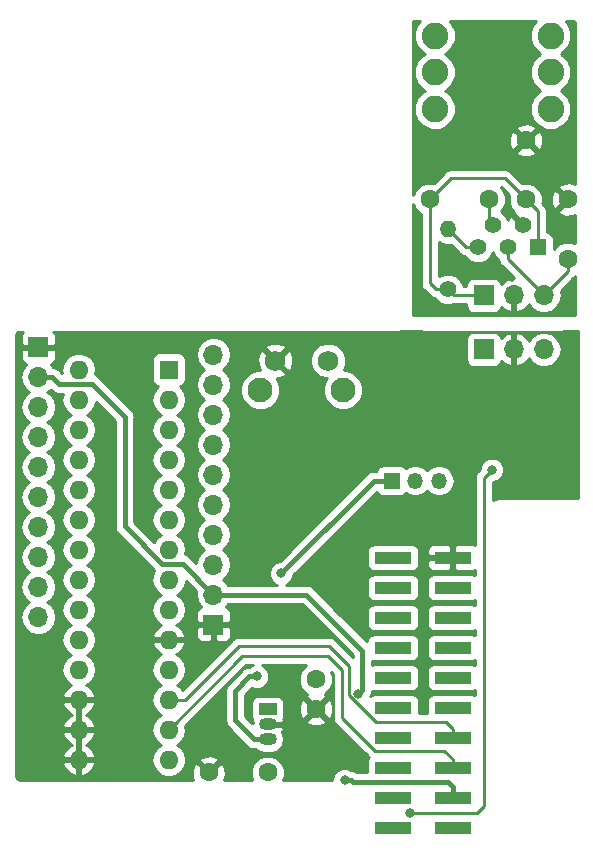
<source format=gbl>
G04 #@! TF.GenerationSoftware,KiCad,Pcbnew,(5.0.0)*
G04 #@! TF.CreationDate,2020-02-26T16:23:42+01:00*
G04 #@! TF.ProjectId,KXKM_esp_remote_control_module,4B584B4D5F6573705F72656D6F74655F,rev?*
G04 #@! TF.SameCoordinates,Original*
G04 #@! TF.FileFunction,Copper,L2,Bot,Signal*
G04 #@! TF.FilePolarity,Positive*
%FSLAX46Y46*%
G04 Gerber Fmt 4.6, Leading zero omitted, Abs format (unit mm)*
G04 Created by KiCad (PCBNEW (5.0.0)) date 02/26/20 16:23:42*
%MOMM*%
%LPD*%
G01*
G04 APERTURE LIST*
G04 #@! TA.AperFunction,ComponentPad*
%ADD10R,1.700000X1.700000*%
G04 #@! TD*
G04 #@! TA.AperFunction,ComponentPad*
%ADD11O,1.700000X1.700000*%
G04 #@! TD*
G04 #@! TA.AperFunction,SMDPad,CuDef*
%ADD12R,3.150000X1.000000*%
G04 #@! TD*
G04 #@! TA.AperFunction,ComponentPad*
%ADD13C,1.600000*%
G04 #@! TD*
G04 #@! TA.AperFunction,ComponentPad*
%ADD14R,1.600000X1.600000*%
G04 #@! TD*
G04 #@! TA.AperFunction,ComponentPad*
%ADD15O,1.600000X1.600000*%
G04 #@! TD*
G04 #@! TA.AperFunction,ComponentPad*
%ADD16O,1.500000X1.050000*%
G04 #@! TD*
G04 #@! TA.AperFunction,ComponentPad*
%ADD17R,1.500000X1.050000*%
G04 #@! TD*
G04 #@! TA.AperFunction,ComponentPad*
%ADD18C,1.400000*%
G04 #@! TD*
G04 #@! TA.AperFunction,ComponentPad*
%ADD19O,1.400000X1.400000*%
G04 #@! TD*
G04 #@! TA.AperFunction,ComponentPad*
%ADD20C,2.250000*%
G04 #@! TD*
G04 #@! TA.AperFunction,ComponentPad*
%ADD21R,1.400000X1.400000*%
G04 #@! TD*
G04 #@! TA.AperFunction,ComponentPad*
%ADD22C,2.100000*%
G04 #@! TD*
G04 #@! TA.AperFunction,ComponentPad*
%ADD23C,1.750000*%
G04 #@! TD*
G04 #@! TA.AperFunction,ComponentPad*
%ADD24R,1.350000X1.350000*%
G04 #@! TD*
G04 #@! TA.AperFunction,ComponentPad*
%ADD25O,1.350000X1.350000*%
G04 #@! TD*
G04 #@! TA.AperFunction,ViaPad*
%ADD26C,0.800000*%
G04 #@! TD*
G04 #@! TA.AperFunction,Conductor*
%ADD27C,0.250000*%
G04 #@! TD*
G04 #@! TA.AperFunction,Conductor*
%ADD28C,0.400000*%
G04 #@! TD*
G04 #@! TA.AperFunction,Conductor*
%ADD29C,0.254000*%
G04 #@! TD*
G04 APERTURE END LIST*
D10*
G04 #@! TO.P,J6,1*
G04 #@! TO.N,/ext_3.3*
X177292000Y-70104000D03*
D11*
G04 #@! TO.P,J6,2*
G04 #@! TO.N,/ext_gnd*
X179832000Y-70104000D03*
G04 #@! TO.P,J6,3*
G04 #@! TO.N,/ho10_out*
X182372000Y-70104000D03*
G04 #@! TD*
G04 #@! TO.P,J5,10*
G04 #@! TO.N,+3V3*
X139573000Y-97332800D03*
G04 #@! TO.P,J5,9*
G04 #@! TO.N,/A0*
X139573000Y-94792800D03*
G04 #@! TO.P,J5,8*
G04 #@! TO.N,/A1*
X139573000Y-92252800D03*
G04 #@! TO.P,J5,7*
G04 #@! TO.N,/A2*
X139573000Y-89712800D03*
G04 #@! TO.P,J5,6*
G04 #@! TO.N,/A3*
X139573000Y-87172800D03*
G04 #@! TO.P,J5,5*
G04 #@! TO.N,/A4*
X139573000Y-84632800D03*
G04 #@! TO.P,J5,4*
G04 #@! TO.N,/A5*
X139573000Y-82092800D03*
G04 #@! TO.P,J5,3*
G04 #@! TO.N,/A6*
X139573000Y-79552800D03*
G04 #@! TO.P,J5,2*
G04 #@! TO.N,VBUS*
X139573000Y-77012800D03*
D10*
G04 #@! TO.P,J5,1*
G04 #@! TO.N,GND*
X139573000Y-74472800D03*
G04 #@! TD*
D12*
G04 #@! TO.P,J2,1*
G04 #@! TO.N,+3V3*
X169620000Y-115170000D03*
G04 #@! TO.P,J2,2*
G04 #@! TO.N,+VSW*
X174670000Y-115170000D03*
G04 #@! TO.P,J2,3*
G04 #@! TO.N,VBUS*
X169620000Y-112630000D03*
G04 #@! TO.P,J2,4*
G04 #@! TO.N,+BATT*
X174670000Y-112630000D03*
G04 #@! TO.P,J2,5*
G04 #@! TO.N,/ADC*
X169620000Y-110090000D03*
G04 #@! TO.P,J2,6*
G04 #@! TO.N,/I2C_SDA*
X174670000Y-110090000D03*
G04 #@! TO.P,J2,7*
G04 #@! TO.N,/SPI_SCK*
X169620000Y-107550000D03*
G04 #@! TO.P,J2,8*
G04 #@! TO.N,/I2C_SCL*
X174670000Y-107550000D03*
G04 #@! TO.P,J2,9*
G04 #@! TO.N,/SPI_MISO*
X169620000Y-105010000D03*
G04 #@! TO.P,J2,10*
G04 #@! TO.N,/I2S_LRCK*
X174670000Y-105010000D03*
G04 #@! TO.P,J2,11*
G04 #@! TO.N,/SPI_MOSI*
X169620000Y-102470000D03*
G04 #@! TO.P,J2,12*
G04 #@! TO.N,/I2S_DATA*
X174670000Y-102470000D03*
G04 #@! TO.P,J2,13*
G04 #@! TO.N,/SPI_CS*
X169620000Y-99930000D03*
G04 #@! TO.P,J2,14*
G04 #@! TO.N,/I2S_BCK*
X174670000Y-99930000D03*
G04 #@! TO.P,J2,15*
G04 #@! TO.N,/DMX_DE*
X169620000Y-97390000D03*
G04 #@! TO.P,J2,16*
G04 #@! TO.N,/LED_D1*
X174670000Y-97390000D03*
G04 #@! TO.P,J2,17*
G04 #@! TO.N,/DMX_DI*
X169620000Y-94850000D03*
G04 #@! TO.P,J2,18*
G04 #@! TO.N,/LED_D2*
X174670000Y-94850000D03*
G04 #@! TO.P,J2,19*
G04 #@! TO.N,/DMX_RO*
X169620000Y-92310000D03*
G04 #@! TO.P,J2,20*
G04 #@! TO.N,GND*
X174670000Y-92310000D03*
G04 #@! TD*
D11*
G04 #@! TO.P,J1,3*
G04 #@! TO.N,Net-(J1-Pad3)*
X182372000Y-74676000D03*
G04 #@! TO.P,J1,2*
G04 #@! TO.N,GND*
X179832000Y-74676000D03*
D10*
G04 #@! TO.P,J1,1*
G04 #@! TO.N,+3V3*
X177292000Y-74676000D03*
G04 #@! TD*
G04 #@! TO.P,J4,1*
G04 #@! TO.N,GND*
X154406600Y-97967800D03*
D11*
G04 #@! TO.P,J4,2*
G04 #@! TO.N,VBUS*
X154406600Y-95427800D03*
G04 #@! TO.P,J4,3*
G04 #@! TO.N,/B6*
X154406600Y-92887800D03*
G04 #@! TO.P,J4,4*
G04 #@! TO.N,/B5*
X154406600Y-90347800D03*
G04 #@! TO.P,J4,5*
G04 #@! TO.N,/B4*
X154406600Y-87807800D03*
G04 #@! TO.P,J4,6*
G04 #@! TO.N,/B3*
X154406600Y-85267800D03*
G04 #@! TO.P,J4,7*
G04 #@! TO.N,/B2*
X154406600Y-82727800D03*
G04 #@! TO.P,J4,8*
G04 #@! TO.N,/B1*
X154406600Y-80187800D03*
G04 #@! TO.P,J4,9*
G04 #@! TO.N,/B0*
X154406600Y-77647800D03*
G04 #@! TO.P,J4,10*
G04 #@! TO.N,+3V3*
X154406600Y-75107800D03*
G04 #@! TD*
D13*
G04 #@! TO.P,C1,1*
G04 #@! TO.N,/ext_3.3*
X180848000Y-61976000D03*
G04 #@! TO.P,C1,2*
G04 #@! TO.N,/ext_gnd*
X180848000Y-56976000D03*
G04 #@! TD*
G04 #@! TO.P,C2,1*
G04 #@! TO.N,/ext_gnd*
X184404000Y-61976000D03*
G04 #@! TO.P,C2,2*
G04 #@! TO.N,/ho10_out*
X184404000Y-66976000D03*
G04 #@! TD*
G04 #@! TO.P,C3,2*
G04 #@! TO.N,Net-(C3-Pad2)*
X177720000Y-61976000D03*
G04 #@! TO.P,C3,1*
G04 #@! TO.N,/ext_3.3*
X172720000Y-61976000D03*
G04 #@! TD*
G04 #@! TO.P,C5,1*
G04 #@! TO.N,Net-(C5-Pad1)*
X159004000Y-110490000D03*
G04 #@! TO.P,C5,2*
G04 #@! TO.N,GND*
X154004000Y-110490000D03*
G04 #@! TD*
G04 #@! TO.P,C4,1*
G04 #@! TO.N,+3V3*
X163068000Y-102616000D03*
G04 #@! TO.P,C4,2*
G04 #@! TO.N,GND*
X163068000Y-105116000D03*
G04 #@! TD*
D14*
G04 #@! TO.P,U3,1*
G04 #@! TO.N,/B0*
X150622000Y-76377800D03*
D15*
G04 #@! TO.P,U3,15*
G04 #@! TO.N,GND*
X143002000Y-109397800D03*
G04 #@! TO.P,U3,2*
G04 #@! TO.N,/B1*
X150622000Y-78917800D03*
G04 #@! TO.P,U3,16*
G04 #@! TO.N,GND*
X143002000Y-106857800D03*
G04 #@! TO.P,U3,3*
G04 #@! TO.N,/B2*
X150622000Y-81457800D03*
G04 #@! TO.P,U3,17*
G04 #@! TO.N,GND*
X143002000Y-104317800D03*
G04 #@! TO.P,U3,4*
G04 #@! TO.N,/B3*
X150622000Y-83997800D03*
G04 #@! TO.P,U3,18*
G04 #@! TO.N,+3V3*
X143002000Y-101777800D03*
G04 #@! TO.P,U3,5*
G04 #@! TO.N,/B4*
X150622000Y-86537800D03*
G04 #@! TO.P,U3,19*
G04 #@! TO.N,Net-(U3-Pad19)*
X143002000Y-99237800D03*
G04 #@! TO.P,U3,6*
G04 #@! TO.N,/B5*
X150622000Y-89077800D03*
G04 #@! TO.P,U3,20*
G04 #@! TO.N,Net-(U3-Pad20)*
X143002000Y-96697800D03*
G04 #@! TO.P,U3,7*
G04 #@! TO.N,/B6*
X150622000Y-91617800D03*
G04 #@! TO.P,U3,21*
G04 #@! TO.N,/A0*
X143002000Y-94157800D03*
G04 #@! TO.P,U3,8*
G04 #@! TO.N,/B7*
X150622000Y-94157800D03*
G04 #@! TO.P,U3,22*
G04 #@! TO.N,/A1*
X143002000Y-91617800D03*
G04 #@! TO.P,U3,9*
G04 #@! TO.N,+3V3*
X150622000Y-96697800D03*
G04 #@! TO.P,U3,23*
G04 #@! TO.N,/A2*
X143002000Y-89077800D03*
G04 #@! TO.P,U3,10*
G04 #@! TO.N,GND*
X150622000Y-99237800D03*
G04 #@! TO.P,U3,24*
G04 #@! TO.N,/A3*
X143002000Y-86537800D03*
G04 #@! TO.P,U3,11*
G04 #@! TO.N,Net-(U3-Pad11)*
X150622000Y-101777800D03*
G04 #@! TO.P,U3,25*
G04 #@! TO.N,/A4*
X143002000Y-83997800D03*
G04 #@! TO.P,U3,12*
G04 #@! TO.N,/I2C_SCL*
X150622000Y-104317800D03*
G04 #@! TO.P,U3,26*
G04 #@! TO.N,/A5*
X143002000Y-81457800D03*
G04 #@! TO.P,U3,13*
G04 #@! TO.N,/I2C_SDA*
X150622000Y-106857800D03*
G04 #@! TO.P,U3,27*
G04 #@! TO.N,/A6*
X143002000Y-78917800D03*
G04 #@! TO.P,U3,14*
G04 #@! TO.N,Net-(U3-Pad14)*
X150622000Y-109397800D03*
G04 #@! TO.P,U3,28*
G04 #@! TO.N,/A7*
X143002000Y-76377800D03*
G04 #@! TD*
D16*
G04 #@! TO.P,U4,2*
G04 #@! TO.N,GND*
X159004000Y-106426000D03*
G04 #@! TO.P,U4,3*
G04 #@! TO.N,Net-(C5-Pad1)*
X159004000Y-107696000D03*
D17*
G04 #@! TO.P,U4,1*
G04 #@! TO.N,+3V3*
X159004000Y-105156000D03*
G04 #@! TD*
D18*
G04 #@! TO.P,R1,1*
G04 #@! TO.N,/ext_3.3*
X174244000Y-69596000D03*
D19*
G04 #@! TO.P,R1,2*
G04 #@! TO.N,Net-(R1-Pad2)*
X174244000Y-64516000D03*
G04 #@! TD*
D20*
G04 #@! TO.P,U1,RP6*
G04 #@! TO.N,N/C*
X173154000Y-54304000D03*
G04 #@! TO.P,U1,RP5*
X173154000Y-51205000D03*
G04 #@! TO.P,U1,RP4*
X173154000Y-48104000D03*
G04 #@! TO.P,U1,RP3*
X182954000Y-48104000D03*
G04 #@! TO.P,U1,RP2*
X182954000Y-51205000D03*
G04 #@! TO.P,U1,RP1*
X182954000Y-54304000D03*
D18*
G04 #@! TO.P,U1,5*
G04 #@! TO.N,Net-(R1-Pad2)*
X176784000Y-66040000D03*
G04 #@! TO.P,U1,4*
G04 #@! TO.N,Net-(C3-Pad2)*
X178054000Y-64135000D03*
G04 #@! TO.P,U1,3*
G04 #@! TO.N,/ho10_out*
X179324000Y-66040000D03*
G04 #@! TO.P,U1,2*
G04 #@! TO.N,/ext_gnd*
X180594000Y-64135000D03*
D21*
G04 #@! TO.P,U1,1*
G04 #@! TO.N,/ext_3.3*
X181864000Y-66040000D03*
G04 #@! TD*
D22*
G04 #@! TO.P,SW2,*
G04 #@! TO.N,*
X158374800Y-78105800D03*
D23*
G04 #@! TO.P,SW2,2*
G04 #@! TO.N,GND*
X159634800Y-75615800D03*
G04 #@! TO.P,SW2,1*
G04 #@! TO.N,/A7*
X164134800Y-75615800D03*
D22*
G04 #@! TO.P,SW2,*
G04 #@! TO.N,*
X165384800Y-78105800D03*
G04 #@! TD*
D24*
G04 #@! TO.P,SW1,1*
G04 #@! TO.N,Net-(C5-Pad1)*
X169494200Y-85775800D03*
D25*
G04 #@! TO.P,SW1,2*
G04 #@! TO.N,+BATT*
X171494200Y-85775800D03*
G04 #@! TO.P,SW1,3*
G04 #@! TO.N,Net-(SW1-Pad3)*
X173494200Y-85775800D03*
G04 #@! TD*
D26*
G04 #@! TO.N,/ext_gnd*
X175260000Y-58420000D03*
X177800000Y-55118000D03*
X177800000Y-51816000D03*
X177546000Y-49022000D03*
X183896000Y-58420000D03*
X175260000Y-67564000D03*
X184404000Y-70104000D03*
X179324000Y-62992000D03*
X183388000Y-64262000D03*
G04 #@! TO.N,GND*
X139700000Y-104140000D03*
X139700000Y-106680000D03*
X139700000Y-109220000D03*
X146685000Y-103505000D03*
X146685000Y-106045000D03*
X146685000Y-108585000D03*
X142240000Y-74295000D03*
X156845000Y-75565000D03*
X161925000Y-78740000D03*
X157480000Y-82550000D03*
X158115000Y-86995000D03*
X160655000Y-97790000D03*
X156845000Y-97790000D03*
X166370000Y-94615000D03*
X171450000Y-90170000D03*
X168275000Y-88265000D03*
X173355000Y-82550000D03*
X173990000Y-78105000D03*
X179070000Y-80645000D03*
X154305000Y-107950000D03*
G04 #@! TO.N,Net-(C5-Pad1)*
X160147000Y-93624400D03*
X158115000Y-102362000D03*
G04 #@! TO.N,VBUS*
X166624000Y-103886000D03*
G04 #@! TO.N,+BATT*
X165506400Y-111125000D03*
G04 #@! TO.N,/ADC*
X171018200Y-113893600D03*
X177977800Y-84861400D03*
G04 #@! TD*
D27*
G04 #@! TO.N,/ext_3.3*
X174752000Y-70104000D02*
X174244000Y-69596000D01*
X177292000Y-70104000D02*
X174752000Y-70104000D01*
X172720000Y-63107370D02*
X172720000Y-61976000D01*
X172720000Y-69061949D02*
X172720000Y-63107370D01*
X173254051Y-69596000D02*
X172720000Y-69061949D01*
X174244000Y-69596000D02*
X173254051Y-69596000D01*
X179070000Y-60198000D02*
X180848000Y-61976000D01*
X172720000Y-61976000D02*
X174498000Y-60198000D01*
X174498000Y-60198000D02*
X179070000Y-60198000D01*
X180848000Y-61976000D02*
X181864000Y-62992000D01*
X181864000Y-62992000D02*
X181864000Y-66040000D01*
G04 #@! TO.N,/ho10_out*
X184404000Y-68072000D02*
X184404000Y-66976000D01*
X182372000Y-70104000D02*
X184404000Y-68072000D01*
X179324000Y-67056000D02*
X179324000Y-66040000D01*
X182372000Y-70104000D02*
X179324000Y-67056000D01*
G04 #@! TO.N,Net-(C3-Pad2)*
X177720000Y-63801000D02*
X178054000Y-64135000D01*
X177720000Y-61976000D02*
X177720000Y-63801000D01*
D28*
G04 #@! TO.N,Net-(C5-Pad1)*
X169494200Y-85775800D02*
X167995600Y-85775800D01*
X167995600Y-85775800D02*
X160147000Y-93624400D01*
X158115000Y-102362000D02*
X157454600Y-102362000D01*
X157454600Y-102362000D02*
X156235400Y-103581200D01*
X157854000Y-107696000D02*
X159004000Y-107696000D01*
X156235400Y-106077400D02*
X157854000Y-107696000D01*
X156235400Y-103581200D02*
X156235400Y-106077400D01*
G04 #@! TO.N,VBUS*
X167023999Y-103486001D02*
X167023999Y-100196599D01*
X166624000Y-103886000D02*
X167023999Y-103486001D01*
X162255200Y-95427800D02*
X154406600Y-95427800D01*
X167023999Y-100196599D02*
X162255200Y-95427800D01*
X150045999Y-92817801D02*
X146888200Y-89660002D01*
X154406600Y-95427800D02*
X151796601Y-92817801D01*
X151796601Y-92817801D02*
X150045999Y-92817801D01*
X146888200Y-89660002D02*
X146888200Y-80365600D01*
X140775081Y-77012800D02*
X139573000Y-77012800D01*
X141340082Y-77577801D02*
X140775081Y-77012800D01*
X144100401Y-77577801D02*
X141340082Y-77577801D01*
X146888200Y-80365600D02*
X144100401Y-77577801D01*
G04 #@! TO.N,+BATT*
X165506400Y-111125000D02*
X166072085Y-111125000D01*
X166072085Y-111125000D02*
X166224485Y-111277400D01*
X166224485Y-111277400D02*
X171342400Y-111277400D01*
X174670000Y-111730000D02*
X174670000Y-112630000D01*
X171342400Y-111277400D02*
X171367800Y-111302800D01*
X171367800Y-111302800D02*
X174242800Y-111302800D01*
X174242800Y-111302800D02*
X174670000Y-111730000D01*
D27*
G04 #@! TO.N,/ADC*
X171018200Y-113893600D02*
X176707800Y-113893600D01*
X176707800Y-113893600D02*
X177292000Y-113309400D01*
X177292000Y-113309400D02*
X177292000Y-86258400D01*
X177292000Y-86258400D02*
X177292000Y-85547200D01*
X177292000Y-85547200D02*
X177977800Y-84861400D01*
G04 #@! TO.N,/I2C_SDA*
X174670000Y-109340000D02*
X173965800Y-108635800D01*
X174670000Y-110090000D02*
X174670000Y-109340000D01*
X168045798Y-108635800D02*
X165277800Y-105867802D01*
X173965800Y-108635800D02*
X168045798Y-108635800D01*
X165277800Y-105867802D02*
X165277800Y-101828600D01*
X165277800Y-101828600D02*
X164084000Y-100634800D01*
X156845000Y-100634800D02*
X150622000Y-106857800D01*
X164084000Y-100634800D02*
X156845000Y-100634800D01*
G04 #@! TO.N,/I2C_SCL*
X152019000Y-104317800D02*
X150622000Y-104317800D01*
X156565600Y-99771200D02*
X152019000Y-104317800D01*
X164160200Y-99771200D02*
X156565600Y-99771200D01*
X174670000Y-106800000D02*
X174092800Y-106222800D01*
X174092800Y-106222800D02*
X168172798Y-106222800D01*
X168172798Y-106222800D02*
X165887400Y-103937402D01*
X174670000Y-107550000D02*
X174670000Y-106800000D01*
X165887400Y-103937402D02*
X165887400Y-101498400D01*
X165887400Y-101498400D02*
X164160200Y-99771200D01*
G04 #@! TO.N,Net-(R1-Pad2)*
X175768000Y-66040000D02*
X176784000Y-66040000D01*
X174244000Y-64516000D02*
X175768000Y-66040000D01*
G04 #@! TD*
D29*
G04 #@! TO.N,/ext_gnd*
G36*
X171503466Y-62788862D02*
X171907138Y-63192534D01*
X171960001Y-63214431D01*
X171960000Y-68987102D01*
X171945112Y-69061949D01*
X171960000Y-69136796D01*
X171960000Y-69136800D01*
X172004096Y-69358485D01*
X172172071Y-69609878D01*
X172235530Y-69652280D01*
X172663722Y-70080472D01*
X172706122Y-70143929D01*
X172957514Y-70311904D01*
X173107938Y-70341825D01*
X173112242Y-70352217D01*
X173487783Y-70727758D01*
X173978452Y-70931000D01*
X174509548Y-70931000D01*
X174673197Y-70863214D01*
X174677148Y-70864000D01*
X174677152Y-70864000D01*
X174751999Y-70878888D01*
X174826846Y-70864000D01*
X175794560Y-70864000D01*
X175794560Y-70954000D01*
X175843843Y-71201765D01*
X175984191Y-71411809D01*
X176194235Y-71552157D01*
X176442000Y-71601440D01*
X178142000Y-71601440D01*
X178389765Y-71552157D01*
X178599809Y-71411809D01*
X178740157Y-71201765D01*
X178760739Y-71098292D01*
X179065076Y-71375645D01*
X179475110Y-71545476D01*
X179705000Y-71424155D01*
X179705000Y-70231000D01*
X179685000Y-70231000D01*
X179685000Y-69977000D01*
X179705000Y-69977000D01*
X179705000Y-69957000D01*
X179959000Y-69957000D01*
X179959000Y-69977000D01*
X179979000Y-69977000D01*
X179979000Y-70231000D01*
X179959000Y-70231000D01*
X179959000Y-71424155D01*
X180188890Y-71545476D01*
X180598924Y-71375645D01*
X181027183Y-70985358D01*
X181088157Y-70855522D01*
X181301375Y-71174625D01*
X181792582Y-71502839D01*
X182225744Y-71589000D01*
X182518256Y-71589000D01*
X182951418Y-71502839D01*
X183442625Y-71174625D01*
X183770839Y-70683418D01*
X183886092Y-70104000D01*
X183813209Y-69737592D01*
X184888473Y-68662329D01*
X184951929Y-68619929D01*
X185039000Y-68489618D01*
X185039000Y-71755000D01*
X171323000Y-71755000D01*
X171323000Y-62353179D01*
X171503466Y-62788862D01*
X171503466Y-62788862D01*
G37*
X171503466Y-62788862D02*
X171907138Y-63192534D01*
X171960001Y-63214431D01*
X171960000Y-68987102D01*
X171945112Y-69061949D01*
X171960000Y-69136796D01*
X171960000Y-69136800D01*
X172004096Y-69358485D01*
X172172071Y-69609878D01*
X172235530Y-69652280D01*
X172663722Y-70080472D01*
X172706122Y-70143929D01*
X172957514Y-70311904D01*
X173107938Y-70341825D01*
X173112242Y-70352217D01*
X173487783Y-70727758D01*
X173978452Y-70931000D01*
X174509548Y-70931000D01*
X174673197Y-70863214D01*
X174677148Y-70864000D01*
X174677152Y-70864000D01*
X174751999Y-70878888D01*
X174826846Y-70864000D01*
X175794560Y-70864000D01*
X175794560Y-70954000D01*
X175843843Y-71201765D01*
X175984191Y-71411809D01*
X176194235Y-71552157D01*
X176442000Y-71601440D01*
X178142000Y-71601440D01*
X178389765Y-71552157D01*
X178599809Y-71411809D01*
X178740157Y-71201765D01*
X178760739Y-71098292D01*
X179065076Y-71375645D01*
X179475110Y-71545476D01*
X179705000Y-71424155D01*
X179705000Y-70231000D01*
X179685000Y-70231000D01*
X179685000Y-69977000D01*
X179705000Y-69977000D01*
X179705000Y-69957000D01*
X179959000Y-69957000D01*
X179959000Y-69977000D01*
X179979000Y-69977000D01*
X179979000Y-70231000D01*
X179959000Y-70231000D01*
X179959000Y-71424155D01*
X180188890Y-71545476D01*
X180598924Y-71375645D01*
X181027183Y-70985358D01*
X181088157Y-70855522D01*
X181301375Y-71174625D01*
X181792582Y-71502839D01*
X182225744Y-71589000D01*
X182518256Y-71589000D01*
X182951418Y-71502839D01*
X183442625Y-71174625D01*
X183770839Y-70683418D01*
X183886092Y-70104000D01*
X183813209Y-69737592D01*
X184888473Y-68662329D01*
X184951929Y-68619929D01*
X185039000Y-68489618D01*
X185039000Y-71755000D01*
X171323000Y-71755000D01*
X171323000Y-62353179D01*
X171503466Y-62788862D01*
G36*
X173723109Y-65773542D02*
X174112515Y-65851000D01*
X174375485Y-65851000D01*
X174482843Y-65829645D01*
X175177673Y-66524476D01*
X175220071Y-66587929D01*
X175283524Y-66630327D01*
X175283526Y-66630329D01*
X175357061Y-66679463D01*
X175471463Y-66755904D01*
X175650277Y-66791472D01*
X175652242Y-66796217D01*
X176027783Y-67171758D01*
X176518452Y-67375000D01*
X177049548Y-67375000D01*
X177540217Y-67171758D01*
X177915758Y-66796217D01*
X178054000Y-66462472D01*
X178192242Y-66796217D01*
X178567783Y-67171758D01*
X178572528Y-67173723D01*
X178608096Y-67352536D01*
X178776071Y-67603929D01*
X178839530Y-67646331D01*
X179812199Y-68619000D01*
X179704998Y-68619000D01*
X179704998Y-68783844D01*
X179475110Y-68662524D01*
X179065076Y-68832355D01*
X178760739Y-69109708D01*
X178740157Y-69006235D01*
X178599809Y-68796191D01*
X178389765Y-68655843D01*
X178142000Y-68606560D01*
X176442000Y-68606560D01*
X176194235Y-68655843D01*
X175984191Y-68796191D01*
X175843843Y-69006235D01*
X175794560Y-69254000D01*
X175794560Y-69344000D01*
X175579000Y-69344000D01*
X175579000Y-69330452D01*
X175375758Y-68839783D01*
X175000217Y-68464242D01*
X174509548Y-68261000D01*
X173978452Y-68261000D01*
X173487783Y-68464242D01*
X173480000Y-68472025D01*
X173480000Y-65611102D01*
X173723109Y-65773542D01*
X173723109Y-65773542D01*
G37*
X173723109Y-65773542D02*
X174112515Y-65851000D01*
X174375485Y-65851000D01*
X174482843Y-65829645D01*
X175177673Y-66524476D01*
X175220071Y-66587929D01*
X175283524Y-66630327D01*
X175283526Y-66630329D01*
X175357061Y-66679463D01*
X175471463Y-66755904D01*
X175650277Y-66791472D01*
X175652242Y-66796217D01*
X176027783Y-67171758D01*
X176518452Y-67375000D01*
X177049548Y-67375000D01*
X177540217Y-67171758D01*
X177915758Y-66796217D01*
X178054000Y-66462472D01*
X178192242Y-66796217D01*
X178567783Y-67171758D01*
X178572528Y-67173723D01*
X178608096Y-67352536D01*
X178776071Y-67603929D01*
X178839530Y-67646331D01*
X179812199Y-68619000D01*
X179704998Y-68619000D01*
X179704998Y-68783844D01*
X179475110Y-68662524D01*
X179065076Y-68832355D01*
X178760739Y-69109708D01*
X178740157Y-69006235D01*
X178599809Y-68796191D01*
X178389765Y-68655843D01*
X178142000Y-68606560D01*
X176442000Y-68606560D01*
X176194235Y-68655843D01*
X175984191Y-68796191D01*
X175843843Y-69006235D01*
X175794560Y-69254000D01*
X175794560Y-69344000D01*
X175579000Y-69344000D01*
X175579000Y-69330452D01*
X175375758Y-68839783D01*
X175000217Y-68464242D01*
X174509548Y-68261000D01*
X173978452Y-68261000D01*
X173487783Y-68464242D01*
X173480000Y-68472025D01*
X173480000Y-65611102D01*
X173723109Y-65773542D01*
G36*
X171661944Y-47107040D02*
X171394000Y-47753914D01*
X171394000Y-48454086D01*
X171661944Y-49100960D01*
X172157040Y-49596056D01*
X172298136Y-49654500D01*
X172157040Y-49712944D01*
X171661944Y-50208040D01*
X171394000Y-50854914D01*
X171394000Y-51555086D01*
X171661944Y-52201960D01*
X172157040Y-52697056D01*
X172295722Y-52754500D01*
X172157040Y-52811944D01*
X171661944Y-53307040D01*
X171394000Y-53953914D01*
X171394000Y-54654086D01*
X171661944Y-55300960D01*
X172157040Y-55796056D01*
X172803914Y-56064000D01*
X173504086Y-56064000D01*
X173735234Y-55968255D01*
X180019861Y-55968255D01*
X180848000Y-56796395D01*
X181676139Y-55968255D01*
X181602005Y-55722136D01*
X181064777Y-55529035D01*
X180494546Y-55556222D01*
X180093995Y-55722136D01*
X180019861Y-55968255D01*
X173735234Y-55968255D01*
X174150960Y-55796056D01*
X174646056Y-55300960D01*
X174914000Y-54654086D01*
X174914000Y-53953914D01*
X174646056Y-53307040D01*
X174150960Y-52811944D01*
X174012278Y-52754500D01*
X174150960Y-52697056D01*
X174646056Y-52201960D01*
X174914000Y-51555086D01*
X174914000Y-50854914D01*
X174646056Y-50208040D01*
X174150960Y-49712944D01*
X174009864Y-49654500D01*
X174150960Y-49596056D01*
X174646056Y-49100960D01*
X174914000Y-48454086D01*
X174914000Y-47753914D01*
X174646056Y-47107040D01*
X174427016Y-46888000D01*
X181680984Y-46888000D01*
X181461944Y-47107040D01*
X181194000Y-47753914D01*
X181194000Y-48454086D01*
X181461944Y-49100960D01*
X181957040Y-49596056D01*
X182098136Y-49654500D01*
X181957040Y-49712944D01*
X181461944Y-50208040D01*
X181194000Y-50854914D01*
X181194000Y-51555086D01*
X181461944Y-52201960D01*
X181957040Y-52697056D01*
X182095722Y-52754500D01*
X181957040Y-52811944D01*
X181461944Y-53307040D01*
X181194000Y-53953914D01*
X181194000Y-54654086D01*
X181461944Y-55300960D01*
X181957040Y-55796056D01*
X182603914Y-56064000D01*
X183304086Y-56064000D01*
X183950960Y-55796056D01*
X184446056Y-55300960D01*
X184714000Y-54654086D01*
X184714000Y-53953914D01*
X184446056Y-53307040D01*
X183950960Y-52811944D01*
X183812278Y-52754500D01*
X183950960Y-52697056D01*
X184446056Y-52201960D01*
X184714000Y-51555086D01*
X184714000Y-50854914D01*
X184446056Y-50208040D01*
X183950960Y-49712944D01*
X183809864Y-49654500D01*
X183950960Y-49596056D01*
X184446056Y-49100960D01*
X184714000Y-48454086D01*
X184714000Y-47753914D01*
X184446056Y-47107040D01*
X184227016Y-46888000D01*
X184846998Y-46888000D01*
X185037164Y-46925826D01*
X185039000Y-46927053D01*
X185039000Y-60679361D01*
X184620777Y-60529035D01*
X184050546Y-60556222D01*
X183649995Y-60722136D01*
X183575861Y-60968255D01*
X184404000Y-61796395D01*
X184418142Y-61782252D01*
X184597748Y-61961858D01*
X184583605Y-61976000D01*
X184597748Y-61990142D01*
X184418142Y-62169748D01*
X184404000Y-62155605D01*
X183575861Y-62983745D01*
X183649995Y-63229864D01*
X184187223Y-63422965D01*
X184757454Y-63395778D01*
X185039000Y-63279158D01*
X185039000Y-65685793D01*
X184689439Y-65541000D01*
X184118561Y-65541000D01*
X183591138Y-65759466D01*
X183211440Y-66139164D01*
X183211440Y-65340000D01*
X183162157Y-65092235D01*
X183021809Y-64882191D01*
X182811765Y-64741843D01*
X182624000Y-64704495D01*
X182624000Y-63066847D01*
X182638888Y-62992000D01*
X182624000Y-62917153D01*
X182624000Y-62917148D01*
X182579904Y-62695463D01*
X182411929Y-62444071D01*
X182348473Y-62401671D01*
X182261104Y-62314302D01*
X182283000Y-62261439D01*
X182283000Y-61759223D01*
X182957035Y-61759223D01*
X182984222Y-62329454D01*
X183150136Y-62730005D01*
X183396255Y-62804139D01*
X184224395Y-61976000D01*
X183396255Y-61147861D01*
X183150136Y-61221995D01*
X182957035Y-61759223D01*
X182283000Y-61759223D01*
X182283000Y-61690561D01*
X182064534Y-61163138D01*
X181660862Y-60759466D01*
X181133439Y-60541000D01*
X180562561Y-60541000D01*
X180509698Y-60562897D01*
X179660331Y-59713530D01*
X179617929Y-59650071D01*
X179366537Y-59482096D01*
X179144852Y-59438000D01*
X179144847Y-59438000D01*
X179070000Y-59423112D01*
X178995153Y-59438000D01*
X174572848Y-59438000D01*
X174498000Y-59423112D01*
X174423152Y-59438000D01*
X174423148Y-59438000D01*
X174249605Y-59472520D01*
X174201462Y-59482096D01*
X174014418Y-59607076D01*
X173950071Y-59650071D01*
X173907671Y-59713527D01*
X173058302Y-60562897D01*
X173005439Y-60541000D01*
X172434561Y-60541000D01*
X171907138Y-60759466D01*
X171503466Y-61163138D01*
X171323000Y-61598821D01*
X171323000Y-57983745D01*
X180019861Y-57983745D01*
X180093995Y-58229864D01*
X180631223Y-58422965D01*
X181201454Y-58395778D01*
X181602005Y-58229864D01*
X181676139Y-57983745D01*
X180848000Y-57155605D01*
X180019861Y-57983745D01*
X171323000Y-57983745D01*
X171323000Y-56759223D01*
X179401035Y-56759223D01*
X179428222Y-57329454D01*
X179594136Y-57730005D01*
X179840255Y-57804139D01*
X180668395Y-56976000D01*
X181027605Y-56976000D01*
X181855745Y-57804139D01*
X182101864Y-57730005D01*
X182294965Y-57192777D01*
X182267778Y-56622546D01*
X182101864Y-56221995D01*
X181855745Y-56147861D01*
X181027605Y-56976000D01*
X180668395Y-56976000D01*
X179840255Y-56147861D01*
X179594136Y-56221995D01*
X179401035Y-56759223D01*
X171323000Y-56759223D01*
X171323000Y-46888000D01*
X171880984Y-46888000D01*
X171661944Y-47107040D01*
X171661944Y-47107040D01*
G37*
X171661944Y-47107040D02*
X171394000Y-47753914D01*
X171394000Y-48454086D01*
X171661944Y-49100960D01*
X172157040Y-49596056D01*
X172298136Y-49654500D01*
X172157040Y-49712944D01*
X171661944Y-50208040D01*
X171394000Y-50854914D01*
X171394000Y-51555086D01*
X171661944Y-52201960D01*
X172157040Y-52697056D01*
X172295722Y-52754500D01*
X172157040Y-52811944D01*
X171661944Y-53307040D01*
X171394000Y-53953914D01*
X171394000Y-54654086D01*
X171661944Y-55300960D01*
X172157040Y-55796056D01*
X172803914Y-56064000D01*
X173504086Y-56064000D01*
X173735234Y-55968255D01*
X180019861Y-55968255D01*
X180848000Y-56796395D01*
X181676139Y-55968255D01*
X181602005Y-55722136D01*
X181064777Y-55529035D01*
X180494546Y-55556222D01*
X180093995Y-55722136D01*
X180019861Y-55968255D01*
X173735234Y-55968255D01*
X174150960Y-55796056D01*
X174646056Y-55300960D01*
X174914000Y-54654086D01*
X174914000Y-53953914D01*
X174646056Y-53307040D01*
X174150960Y-52811944D01*
X174012278Y-52754500D01*
X174150960Y-52697056D01*
X174646056Y-52201960D01*
X174914000Y-51555086D01*
X174914000Y-50854914D01*
X174646056Y-50208040D01*
X174150960Y-49712944D01*
X174009864Y-49654500D01*
X174150960Y-49596056D01*
X174646056Y-49100960D01*
X174914000Y-48454086D01*
X174914000Y-47753914D01*
X174646056Y-47107040D01*
X174427016Y-46888000D01*
X181680984Y-46888000D01*
X181461944Y-47107040D01*
X181194000Y-47753914D01*
X181194000Y-48454086D01*
X181461944Y-49100960D01*
X181957040Y-49596056D01*
X182098136Y-49654500D01*
X181957040Y-49712944D01*
X181461944Y-50208040D01*
X181194000Y-50854914D01*
X181194000Y-51555086D01*
X181461944Y-52201960D01*
X181957040Y-52697056D01*
X182095722Y-52754500D01*
X181957040Y-52811944D01*
X181461944Y-53307040D01*
X181194000Y-53953914D01*
X181194000Y-54654086D01*
X181461944Y-55300960D01*
X181957040Y-55796056D01*
X182603914Y-56064000D01*
X183304086Y-56064000D01*
X183950960Y-55796056D01*
X184446056Y-55300960D01*
X184714000Y-54654086D01*
X184714000Y-53953914D01*
X184446056Y-53307040D01*
X183950960Y-52811944D01*
X183812278Y-52754500D01*
X183950960Y-52697056D01*
X184446056Y-52201960D01*
X184714000Y-51555086D01*
X184714000Y-50854914D01*
X184446056Y-50208040D01*
X183950960Y-49712944D01*
X183809864Y-49654500D01*
X183950960Y-49596056D01*
X184446056Y-49100960D01*
X184714000Y-48454086D01*
X184714000Y-47753914D01*
X184446056Y-47107040D01*
X184227016Y-46888000D01*
X184846998Y-46888000D01*
X185037164Y-46925826D01*
X185039000Y-46927053D01*
X185039000Y-60679361D01*
X184620777Y-60529035D01*
X184050546Y-60556222D01*
X183649995Y-60722136D01*
X183575861Y-60968255D01*
X184404000Y-61796395D01*
X184418142Y-61782252D01*
X184597748Y-61961858D01*
X184583605Y-61976000D01*
X184597748Y-61990142D01*
X184418142Y-62169748D01*
X184404000Y-62155605D01*
X183575861Y-62983745D01*
X183649995Y-63229864D01*
X184187223Y-63422965D01*
X184757454Y-63395778D01*
X185039000Y-63279158D01*
X185039000Y-65685793D01*
X184689439Y-65541000D01*
X184118561Y-65541000D01*
X183591138Y-65759466D01*
X183211440Y-66139164D01*
X183211440Y-65340000D01*
X183162157Y-65092235D01*
X183021809Y-64882191D01*
X182811765Y-64741843D01*
X182624000Y-64704495D01*
X182624000Y-63066847D01*
X182638888Y-62992000D01*
X182624000Y-62917153D01*
X182624000Y-62917148D01*
X182579904Y-62695463D01*
X182411929Y-62444071D01*
X182348473Y-62401671D01*
X182261104Y-62314302D01*
X182283000Y-62261439D01*
X182283000Y-61759223D01*
X182957035Y-61759223D01*
X182984222Y-62329454D01*
X183150136Y-62730005D01*
X183396255Y-62804139D01*
X184224395Y-61976000D01*
X183396255Y-61147861D01*
X183150136Y-61221995D01*
X182957035Y-61759223D01*
X182283000Y-61759223D01*
X182283000Y-61690561D01*
X182064534Y-61163138D01*
X181660862Y-60759466D01*
X181133439Y-60541000D01*
X180562561Y-60541000D01*
X180509698Y-60562897D01*
X179660331Y-59713530D01*
X179617929Y-59650071D01*
X179366537Y-59482096D01*
X179144852Y-59438000D01*
X179144847Y-59438000D01*
X179070000Y-59423112D01*
X178995153Y-59438000D01*
X174572848Y-59438000D01*
X174498000Y-59423112D01*
X174423152Y-59438000D01*
X174423148Y-59438000D01*
X174249605Y-59472520D01*
X174201462Y-59482096D01*
X174014418Y-59607076D01*
X173950071Y-59650071D01*
X173907671Y-59713527D01*
X173058302Y-60562897D01*
X173005439Y-60541000D01*
X172434561Y-60541000D01*
X171907138Y-60759466D01*
X171503466Y-61163138D01*
X171323000Y-61598821D01*
X171323000Y-57983745D01*
X180019861Y-57983745D01*
X180093995Y-58229864D01*
X180631223Y-58422965D01*
X181201454Y-58395778D01*
X181602005Y-58229864D01*
X181676139Y-57983745D01*
X180848000Y-57155605D01*
X180019861Y-57983745D01*
X171323000Y-57983745D01*
X171323000Y-56759223D01*
X179401035Y-56759223D01*
X179428222Y-57329454D01*
X179594136Y-57730005D01*
X179840255Y-57804139D01*
X180668395Y-56976000D01*
X181027605Y-56976000D01*
X181855745Y-57804139D01*
X182101864Y-57730005D01*
X182294965Y-57192777D01*
X182267778Y-56622546D01*
X182101864Y-56221995D01*
X181855745Y-56147861D01*
X181027605Y-56976000D01*
X180668395Y-56976000D01*
X179840255Y-56147861D01*
X179594136Y-56221995D01*
X179401035Y-56759223D01*
X171323000Y-56759223D01*
X171323000Y-46888000D01*
X171880984Y-46888000D01*
X171661944Y-47107040D01*
G36*
X179434897Y-61637698D02*
X179413000Y-61690561D01*
X179413000Y-62261439D01*
X179631466Y-62788862D01*
X179880719Y-63038115D01*
X179838331Y-63199725D01*
X180594000Y-63955395D01*
X180608142Y-63941252D01*
X180787748Y-64120858D01*
X180773605Y-64135000D01*
X180787748Y-64149143D01*
X180608143Y-64328748D01*
X180594000Y-64314605D01*
X180579858Y-64328748D01*
X180400252Y-64149142D01*
X180414395Y-64135000D01*
X179658725Y-63379331D01*
X179422958Y-63441169D01*
X179325847Y-63716987D01*
X179185758Y-63378783D01*
X178810217Y-63003242D01*
X178747947Y-62977449D01*
X178936534Y-62788862D01*
X179155000Y-62261439D01*
X179155000Y-61690561D01*
X178936534Y-61163138D01*
X178731396Y-60958000D01*
X178755199Y-60958000D01*
X179434897Y-61637698D01*
X179434897Y-61637698D01*
G37*
X179434897Y-61637698D02*
X179413000Y-61690561D01*
X179413000Y-62261439D01*
X179631466Y-62788862D01*
X179880719Y-63038115D01*
X179838331Y-63199725D01*
X180594000Y-63955395D01*
X180608142Y-63941252D01*
X180787748Y-64120858D01*
X180773605Y-64135000D01*
X180787748Y-64149143D01*
X180608143Y-64328748D01*
X180594000Y-64314605D01*
X180579858Y-64328748D01*
X180400252Y-64149142D01*
X180414395Y-64135000D01*
X179658725Y-63379331D01*
X179422958Y-63441169D01*
X179325847Y-63716987D01*
X179185758Y-63378783D01*
X178810217Y-63003242D01*
X178747947Y-62977449D01*
X178936534Y-62788862D01*
X179155000Y-62261439D01*
X179155000Y-61690561D01*
X178936534Y-61163138D01*
X178731396Y-60958000D01*
X178755199Y-60958000D01*
X179434897Y-61637698D01*
G04 #@! TO.N,GND*
G36*
X172096997Y-73160000D02*
X183993003Y-73160000D01*
X184033222Y-73152000D01*
X185268000Y-73152000D01*
X185268000Y-87224000D01*
X178734997Y-87224000D01*
X178671241Y-87236682D01*
X178661841Y-87236682D01*
X178279158Y-87312802D01*
X178052000Y-87406893D01*
X178052000Y-85896400D01*
X178183674Y-85896400D01*
X178564080Y-85738831D01*
X178855231Y-85447680D01*
X179012800Y-85067274D01*
X179012800Y-84655526D01*
X178855231Y-84275120D01*
X178564080Y-83983969D01*
X178183674Y-83826400D01*
X177771926Y-83826400D01*
X177391520Y-83983969D01*
X177100369Y-84275120D01*
X176942800Y-84655526D01*
X176942800Y-84821599D01*
X176807528Y-84956871D01*
X176744072Y-84999271D01*
X176701672Y-85062727D01*
X176701671Y-85062728D01*
X176676232Y-85100800D01*
X176576097Y-85250663D01*
X176532000Y-85472348D01*
X176532000Y-85472353D01*
X176517112Y-85547200D01*
X176532000Y-85622047D01*
X176532000Y-86333251D01*
X176532001Y-86333256D01*
X176532001Y-91241561D01*
X176371309Y-91175000D01*
X174955750Y-91175000D01*
X174797000Y-91333750D01*
X174797000Y-92183000D01*
X174817000Y-92183000D01*
X174817000Y-92437000D01*
X174797000Y-92437000D01*
X174797000Y-93286250D01*
X174955750Y-93445000D01*
X176371309Y-93445000D01*
X176532001Y-93378439D01*
X176532001Y-93778060D01*
X176492765Y-93751843D01*
X176245000Y-93702560D01*
X173095000Y-93702560D01*
X172847235Y-93751843D01*
X172637191Y-93892191D01*
X172496843Y-94102235D01*
X172447560Y-94350000D01*
X172447560Y-95350000D01*
X172496843Y-95597765D01*
X172637191Y-95807809D01*
X172847235Y-95948157D01*
X173095000Y-95997440D01*
X176245000Y-95997440D01*
X176492765Y-95948157D01*
X176532001Y-95921940D01*
X176532001Y-96318060D01*
X176492765Y-96291843D01*
X176245000Y-96242560D01*
X173095000Y-96242560D01*
X172847235Y-96291843D01*
X172637191Y-96432191D01*
X172496843Y-96642235D01*
X172447560Y-96890000D01*
X172447560Y-97890000D01*
X172496843Y-98137765D01*
X172637191Y-98347809D01*
X172847235Y-98488157D01*
X173095000Y-98537440D01*
X176245000Y-98537440D01*
X176492765Y-98488157D01*
X176532001Y-98461940D01*
X176532001Y-98858060D01*
X176492765Y-98831843D01*
X176245000Y-98782560D01*
X173095000Y-98782560D01*
X172847235Y-98831843D01*
X172637191Y-98972191D01*
X172496843Y-99182235D01*
X172447560Y-99430000D01*
X172447560Y-100430000D01*
X172496843Y-100677765D01*
X172637191Y-100887809D01*
X172847235Y-101028157D01*
X173095000Y-101077440D01*
X176245000Y-101077440D01*
X176492765Y-101028157D01*
X176532000Y-101001941D01*
X176532000Y-101398059D01*
X176492765Y-101371843D01*
X176245000Y-101322560D01*
X173095000Y-101322560D01*
X172847235Y-101371843D01*
X172637191Y-101512191D01*
X172496843Y-101722235D01*
X172447560Y-101970000D01*
X172447560Y-102970000D01*
X172496843Y-103217765D01*
X172637191Y-103427809D01*
X172847235Y-103568157D01*
X173095000Y-103617440D01*
X176245000Y-103617440D01*
X176492765Y-103568157D01*
X176532000Y-103541941D01*
X176532000Y-103938059D01*
X176492765Y-103911843D01*
X176245000Y-103862560D01*
X173095000Y-103862560D01*
X172847235Y-103911843D01*
X172637191Y-104052191D01*
X172496843Y-104262235D01*
X172447560Y-104510000D01*
X172447560Y-105462800D01*
X171842440Y-105462800D01*
X171842440Y-104510000D01*
X171793157Y-104262235D01*
X171652809Y-104052191D01*
X171442765Y-103911843D01*
X171195000Y-103862560D01*
X168045000Y-103862560D01*
X167797235Y-103911843D01*
X167700530Y-103976459D01*
X167810551Y-103811802D01*
X167856664Y-103579978D01*
X168045000Y-103617440D01*
X171195000Y-103617440D01*
X171442765Y-103568157D01*
X171652809Y-103427809D01*
X171793157Y-103217765D01*
X171842440Y-102970000D01*
X171842440Y-101970000D01*
X171793157Y-101722235D01*
X171652809Y-101512191D01*
X171442765Y-101371843D01*
X171195000Y-101322560D01*
X168045000Y-101322560D01*
X167858999Y-101359558D01*
X167858999Y-101040442D01*
X168045000Y-101077440D01*
X171195000Y-101077440D01*
X171442765Y-101028157D01*
X171652809Y-100887809D01*
X171793157Y-100677765D01*
X171842440Y-100430000D01*
X171842440Y-99430000D01*
X171793157Y-99182235D01*
X171652809Y-98972191D01*
X171442765Y-98831843D01*
X171195000Y-98782560D01*
X168045000Y-98782560D01*
X167797235Y-98831843D01*
X167587191Y-98972191D01*
X167446843Y-99182235D01*
X167404314Y-99396046D01*
X164898268Y-96890000D01*
X167397560Y-96890000D01*
X167397560Y-97890000D01*
X167446843Y-98137765D01*
X167587191Y-98347809D01*
X167797235Y-98488157D01*
X168045000Y-98537440D01*
X171195000Y-98537440D01*
X171442765Y-98488157D01*
X171652809Y-98347809D01*
X171793157Y-98137765D01*
X171842440Y-97890000D01*
X171842440Y-96890000D01*
X171793157Y-96642235D01*
X171652809Y-96432191D01*
X171442765Y-96291843D01*
X171195000Y-96242560D01*
X168045000Y-96242560D01*
X167797235Y-96291843D01*
X167587191Y-96432191D01*
X167446843Y-96642235D01*
X167397560Y-96890000D01*
X164898268Y-96890000D01*
X162903787Y-94895520D01*
X162857201Y-94825799D01*
X162581001Y-94641248D01*
X162337437Y-94592800D01*
X162337433Y-94592800D01*
X162255200Y-94576443D01*
X162172967Y-94592800D01*
X160513661Y-94592800D01*
X160733280Y-94501831D01*
X160885111Y-94350000D01*
X167397560Y-94350000D01*
X167397560Y-95350000D01*
X167446843Y-95597765D01*
X167587191Y-95807809D01*
X167797235Y-95948157D01*
X168045000Y-95997440D01*
X171195000Y-95997440D01*
X171442765Y-95948157D01*
X171652809Y-95807809D01*
X171793157Y-95597765D01*
X171842440Y-95350000D01*
X171842440Y-94350000D01*
X171793157Y-94102235D01*
X171652809Y-93892191D01*
X171442765Y-93751843D01*
X171195000Y-93702560D01*
X168045000Y-93702560D01*
X167797235Y-93751843D01*
X167587191Y-93892191D01*
X167446843Y-94102235D01*
X167397560Y-94350000D01*
X160885111Y-94350000D01*
X161024431Y-94210680D01*
X161182000Y-93830274D01*
X161182000Y-93770267D01*
X163142267Y-91810000D01*
X167397560Y-91810000D01*
X167397560Y-92810000D01*
X167446843Y-93057765D01*
X167587191Y-93267809D01*
X167797235Y-93408157D01*
X168045000Y-93457440D01*
X171195000Y-93457440D01*
X171442765Y-93408157D01*
X171652809Y-93267809D01*
X171793157Y-93057765D01*
X171842440Y-92810000D01*
X171842440Y-92595750D01*
X172460000Y-92595750D01*
X172460000Y-92936310D01*
X172556673Y-93169699D01*
X172735302Y-93348327D01*
X172968691Y-93445000D01*
X174384250Y-93445000D01*
X174543000Y-93286250D01*
X174543000Y-92437000D01*
X172618750Y-92437000D01*
X172460000Y-92595750D01*
X171842440Y-92595750D01*
X171842440Y-91810000D01*
X171817316Y-91683690D01*
X172460000Y-91683690D01*
X172460000Y-92024250D01*
X172618750Y-92183000D01*
X174543000Y-92183000D01*
X174543000Y-91333750D01*
X174384250Y-91175000D01*
X172968691Y-91175000D01*
X172735302Y-91271673D01*
X172556673Y-91450301D01*
X172460000Y-91683690D01*
X171817316Y-91683690D01*
X171793157Y-91562235D01*
X171652809Y-91352191D01*
X171442765Y-91211843D01*
X171195000Y-91162560D01*
X168045000Y-91162560D01*
X167797235Y-91211843D01*
X167587191Y-91352191D01*
X167446843Y-91562235D01*
X167397560Y-91810000D01*
X163142267Y-91810000D01*
X168234125Y-86718143D01*
X168361391Y-86908609D01*
X168571435Y-87048957D01*
X168819200Y-87098240D01*
X170169200Y-87098240D01*
X170416965Y-87048957D01*
X170627009Y-86908609D01*
X170690168Y-86814086D01*
X170983064Y-87009793D01*
X171365178Y-87085800D01*
X171623222Y-87085800D01*
X172005336Y-87009793D01*
X172438657Y-86720257D01*
X172494200Y-86637131D01*
X172549743Y-86720257D01*
X172983064Y-87009793D01*
X173365178Y-87085800D01*
X173623222Y-87085800D01*
X174005336Y-87009793D01*
X174438657Y-86720257D01*
X174728193Y-86286936D01*
X174829864Y-85775800D01*
X174728193Y-85264664D01*
X174438657Y-84831343D01*
X174005336Y-84541807D01*
X173623222Y-84465800D01*
X173365178Y-84465800D01*
X172983064Y-84541807D01*
X172549743Y-84831343D01*
X172494200Y-84914469D01*
X172438657Y-84831343D01*
X172005336Y-84541807D01*
X171623222Y-84465800D01*
X171365178Y-84465800D01*
X170983064Y-84541807D01*
X170690168Y-84737514D01*
X170627009Y-84642991D01*
X170416965Y-84502643D01*
X170169200Y-84453360D01*
X168819200Y-84453360D01*
X168571435Y-84502643D01*
X168361391Y-84642991D01*
X168221043Y-84853035D01*
X168203586Y-84940800D01*
X168077837Y-84940800D01*
X167995600Y-84924442D01*
X167913363Y-84940800D01*
X167669799Y-84989248D01*
X167393599Y-85173799D01*
X167347015Y-85243517D01*
X160001133Y-92589400D01*
X159941126Y-92589400D01*
X159560720Y-92746969D01*
X159269569Y-93038120D01*
X159112000Y-93418526D01*
X159112000Y-93830274D01*
X159269569Y-94210680D01*
X159560720Y-94501831D01*
X159780339Y-94592800D01*
X155634665Y-94592800D01*
X155477225Y-94357175D01*
X155178839Y-94157800D01*
X155477225Y-93958425D01*
X155805439Y-93467218D01*
X155920692Y-92887800D01*
X155805439Y-92308382D01*
X155477225Y-91817175D01*
X155178839Y-91617800D01*
X155477225Y-91418425D01*
X155805439Y-90927218D01*
X155920692Y-90347800D01*
X155805439Y-89768382D01*
X155477225Y-89277175D01*
X155178839Y-89077800D01*
X155477225Y-88878425D01*
X155805439Y-88387218D01*
X155920692Y-87807800D01*
X155805439Y-87228382D01*
X155477225Y-86737175D01*
X155178839Y-86537800D01*
X155477225Y-86338425D01*
X155805439Y-85847218D01*
X155920692Y-85267800D01*
X155805439Y-84688382D01*
X155477225Y-84197175D01*
X155178839Y-83997800D01*
X155477225Y-83798425D01*
X155805439Y-83307218D01*
X155920692Y-82727800D01*
X155805439Y-82148382D01*
X155477225Y-81657175D01*
X155178839Y-81457800D01*
X155477225Y-81258425D01*
X155805439Y-80767218D01*
X155920692Y-80187800D01*
X155805439Y-79608382D01*
X155477225Y-79117175D01*
X155178839Y-78917800D01*
X155477225Y-78718425D01*
X155805439Y-78227218D01*
X155896259Y-77770633D01*
X156689800Y-77770633D01*
X156689800Y-78440967D01*
X156946326Y-79060276D01*
X157420324Y-79534274D01*
X158039633Y-79790800D01*
X158709967Y-79790800D01*
X159329276Y-79534274D01*
X159803274Y-79060276D01*
X160059800Y-78440967D01*
X160059800Y-77770633D01*
X159803274Y-77151324D01*
X159773171Y-77121221D01*
X160000258Y-77111379D01*
X160433916Y-76931753D01*
X160517255Y-76677860D01*
X159634800Y-75795405D01*
X159620658Y-75809548D01*
X159441053Y-75629943D01*
X159455195Y-75615800D01*
X159814405Y-75615800D01*
X160696860Y-76498255D01*
X160950753Y-76414916D01*
X161156390Y-75850494D01*
X161133201Y-75315442D01*
X162624800Y-75315442D01*
X162624800Y-75916158D01*
X162854684Y-76471146D01*
X163279454Y-76895916D01*
X163834442Y-77125800D01*
X163981850Y-77125800D01*
X163956326Y-77151324D01*
X163699800Y-77770633D01*
X163699800Y-78440967D01*
X163956326Y-79060276D01*
X164430324Y-79534274D01*
X165049633Y-79790800D01*
X165719967Y-79790800D01*
X166339276Y-79534274D01*
X166813274Y-79060276D01*
X167069800Y-78440967D01*
X167069800Y-77770633D01*
X166813274Y-77151324D01*
X166339276Y-76677326D01*
X165719967Y-76420800D01*
X165435770Y-76420800D01*
X165644800Y-75916158D01*
X165644800Y-75315442D01*
X165414916Y-74760454D01*
X164990146Y-74335684D01*
X164435158Y-74105800D01*
X163834442Y-74105800D01*
X163279454Y-74335684D01*
X162854684Y-74760454D01*
X162624800Y-75315442D01*
X161133201Y-75315442D01*
X161130379Y-75250342D01*
X160950753Y-74816684D01*
X160696860Y-74733345D01*
X159814405Y-75615800D01*
X159455195Y-75615800D01*
X158572740Y-74733345D01*
X158318847Y-74816684D01*
X158113210Y-75381106D01*
X158139221Y-75981258D01*
X158318847Y-76414916D01*
X158336773Y-76420800D01*
X158039633Y-76420800D01*
X157420324Y-76677326D01*
X156946326Y-77151324D01*
X156689800Y-77770633D01*
X155896259Y-77770633D01*
X155920692Y-77647800D01*
X155805439Y-77068382D01*
X155477225Y-76577175D01*
X155178839Y-76377800D01*
X155477225Y-76178425D01*
X155805439Y-75687218D01*
X155920692Y-75107800D01*
X155810484Y-74553740D01*
X158752345Y-74553740D01*
X159634800Y-75436195D01*
X160517255Y-74553740D01*
X160433916Y-74299847D01*
X159869494Y-74094210D01*
X159269342Y-74120221D01*
X158835684Y-74299847D01*
X158752345Y-74553740D01*
X155810484Y-74553740D01*
X155805439Y-74528382D01*
X155477225Y-74037175D01*
X155161180Y-73826000D01*
X175794560Y-73826000D01*
X175794560Y-75526000D01*
X175843843Y-75773765D01*
X175984191Y-75983809D01*
X176194235Y-76124157D01*
X176442000Y-76173440D01*
X178142000Y-76173440D01*
X178389765Y-76124157D01*
X178599809Y-75983809D01*
X178740157Y-75773765D01*
X178760739Y-75670292D01*
X179065076Y-75947645D01*
X179475110Y-76117476D01*
X179705000Y-75996155D01*
X179705000Y-74803000D01*
X179685000Y-74803000D01*
X179685000Y-74549000D01*
X179705000Y-74549000D01*
X179705000Y-73355845D01*
X179959000Y-73355845D01*
X179959000Y-74549000D01*
X179979000Y-74549000D01*
X179979000Y-74803000D01*
X179959000Y-74803000D01*
X179959000Y-75996155D01*
X180188890Y-76117476D01*
X180598924Y-75947645D01*
X181027183Y-75557358D01*
X181088157Y-75427522D01*
X181301375Y-75746625D01*
X181792582Y-76074839D01*
X182225744Y-76161000D01*
X182518256Y-76161000D01*
X182951418Y-76074839D01*
X183442625Y-75746625D01*
X183770839Y-75255418D01*
X183886092Y-74676000D01*
X183770839Y-74096582D01*
X183442625Y-73605375D01*
X182951418Y-73277161D01*
X182518256Y-73191000D01*
X182225744Y-73191000D01*
X181792582Y-73277161D01*
X181301375Y-73605375D01*
X181088157Y-73924478D01*
X181027183Y-73794642D01*
X180598924Y-73404355D01*
X180188890Y-73234524D01*
X179959000Y-73355845D01*
X179705000Y-73355845D01*
X179475110Y-73234524D01*
X179065076Y-73404355D01*
X178760739Y-73681708D01*
X178740157Y-73578235D01*
X178599809Y-73368191D01*
X178389765Y-73227843D01*
X178142000Y-73178560D01*
X176442000Y-73178560D01*
X176194235Y-73227843D01*
X175984191Y-73368191D01*
X175843843Y-73578235D01*
X175794560Y-73826000D01*
X155161180Y-73826000D01*
X154986018Y-73708961D01*
X154552856Y-73622800D01*
X154260344Y-73622800D01*
X153827182Y-73708961D01*
X153335975Y-74037175D01*
X153007761Y-74528382D01*
X152892508Y-75107800D01*
X153007761Y-75687218D01*
X153335975Y-76178425D01*
X153634361Y-76377800D01*
X153335975Y-76577175D01*
X153007761Y-77068382D01*
X152892508Y-77647800D01*
X153007761Y-78227218D01*
X153335975Y-78718425D01*
X153634361Y-78917800D01*
X153335975Y-79117175D01*
X153007761Y-79608382D01*
X152892508Y-80187800D01*
X153007761Y-80767218D01*
X153335975Y-81258425D01*
X153634361Y-81457800D01*
X153335975Y-81657175D01*
X153007761Y-82148382D01*
X152892508Y-82727800D01*
X153007761Y-83307218D01*
X153335975Y-83798425D01*
X153634361Y-83997800D01*
X153335975Y-84197175D01*
X153007761Y-84688382D01*
X152892508Y-85267800D01*
X153007761Y-85847218D01*
X153335975Y-86338425D01*
X153634361Y-86537800D01*
X153335975Y-86737175D01*
X153007761Y-87228382D01*
X152892508Y-87807800D01*
X153007761Y-88387218D01*
X153335975Y-88878425D01*
X153634361Y-89077800D01*
X153335975Y-89277175D01*
X153007761Y-89768382D01*
X152892508Y-90347800D01*
X153007761Y-90927218D01*
X153335975Y-91418425D01*
X153634361Y-91617800D01*
X153335975Y-91817175D01*
X153007761Y-92308382D01*
X152918217Y-92758550D01*
X152445188Y-92285521D01*
X152398602Y-92215800D01*
X152122402Y-92031249D01*
X152007422Y-92008378D01*
X152085113Y-91617800D01*
X151973740Y-91057891D01*
X151656577Y-90583223D01*
X151304242Y-90347800D01*
X151656577Y-90112377D01*
X151973740Y-89637709D01*
X152085113Y-89077800D01*
X151973740Y-88517891D01*
X151656577Y-88043223D01*
X151304242Y-87807800D01*
X151656577Y-87572377D01*
X151973740Y-87097709D01*
X152085113Y-86537800D01*
X151973740Y-85977891D01*
X151656577Y-85503223D01*
X151304242Y-85267800D01*
X151656577Y-85032377D01*
X151973740Y-84557709D01*
X152085113Y-83997800D01*
X151973740Y-83437891D01*
X151656577Y-82963223D01*
X151304242Y-82727800D01*
X151656577Y-82492377D01*
X151973740Y-82017709D01*
X152085113Y-81457800D01*
X151973740Y-80897891D01*
X151656577Y-80423223D01*
X151304242Y-80187800D01*
X151656577Y-79952377D01*
X151973740Y-79477709D01*
X152085113Y-78917800D01*
X151973740Y-78357891D01*
X151656577Y-77883223D01*
X151535894Y-77802585D01*
X151669765Y-77775957D01*
X151879809Y-77635609D01*
X152020157Y-77425565D01*
X152069440Y-77177800D01*
X152069440Y-75577800D01*
X152020157Y-75330035D01*
X151879809Y-75119991D01*
X151669765Y-74979643D01*
X151422000Y-74930360D01*
X149822000Y-74930360D01*
X149574235Y-74979643D01*
X149364191Y-75119991D01*
X149223843Y-75330035D01*
X149174560Y-75577800D01*
X149174560Y-77177800D01*
X149223843Y-77425565D01*
X149364191Y-77635609D01*
X149574235Y-77775957D01*
X149708106Y-77802585D01*
X149587423Y-77883223D01*
X149270260Y-78357891D01*
X149158887Y-78917800D01*
X149270260Y-79477709D01*
X149587423Y-79952377D01*
X149939758Y-80187800D01*
X149587423Y-80423223D01*
X149270260Y-80897891D01*
X149158887Y-81457800D01*
X149270260Y-82017709D01*
X149587423Y-82492377D01*
X149939758Y-82727800D01*
X149587423Y-82963223D01*
X149270260Y-83437891D01*
X149158887Y-83997800D01*
X149270260Y-84557709D01*
X149587423Y-85032377D01*
X149939758Y-85267800D01*
X149587423Y-85503223D01*
X149270260Y-85977891D01*
X149158887Y-86537800D01*
X149270260Y-87097709D01*
X149587423Y-87572377D01*
X149939758Y-87807800D01*
X149587423Y-88043223D01*
X149270260Y-88517891D01*
X149158887Y-89077800D01*
X149270260Y-89637709D01*
X149587423Y-90112377D01*
X149939758Y-90347800D01*
X149587423Y-90583223D01*
X149349046Y-90939980D01*
X147723200Y-89314135D01*
X147723200Y-80447832D01*
X147739557Y-80365599D01*
X147723200Y-80283366D01*
X147723200Y-80283363D01*
X147674752Y-80039799D01*
X147490201Y-79763599D01*
X147420483Y-79717015D01*
X144748988Y-77045521D01*
X144702402Y-76975800D01*
X144426202Y-76791249D01*
X144384522Y-76782958D01*
X144465113Y-76377800D01*
X144353740Y-75817891D01*
X144036577Y-75343223D01*
X143561909Y-75026060D01*
X143143333Y-74942800D01*
X142860667Y-74942800D01*
X142442091Y-75026060D01*
X141967423Y-75343223D01*
X141650260Y-75817891D01*
X141538887Y-76377800D01*
X141593002Y-76649853D01*
X141423668Y-76480520D01*
X141377082Y-76410799D01*
X141100882Y-76226248D01*
X140857318Y-76177800D01*
X140857314Y-76177800D01*
X140792443Y-76164896D01*
X140643625Y-75942175D01*
X140621967Y-75927704D01*
X140782698Y-75861127D01*
X140961327Y-75682499D01*
X141058000Y-75449110D01*
X141058000Y-74758550D01*
X140899250Y-74599800D01*
X139700000Y-74599800D01*
X139700000Y-74619800D01*
X139446000Y-74619800D01*
X139446000Y-74599800D01*
X138246750Y-74599800D01*
X138088000Y-74758550D01*
X138088000Y-75449110D01*
X138184673Y-75682499D01*
X138363302Y-75861127D01*
X138524033Y-75927704D01*
X138502375Y-75942175D01*
X138174161Y-76433382D01*
X138058908Y-77012800D01*
X138174161Y-77592218D01*
X138502375Y-78083425D01*
X138800761Y-78282800D01*
X138502375Y-78482175D01*
X138174161Y-78973382D01*
X138058908Y-79552800D01*
X138174161Y-80132218D01*
X138502375Y-80623425D01*
X138800761Y-80822800D01*
X138502375Y-81022175D01*
X138174161Y-81513382D01*
X138058908Y-82092800D01*
X138174161Y-82672218D01*
X138502375Y-83163425D01*
X138800761Y-83362800D01*
X138502375Y-83562175D01*
X138174161Y-84053382D01*
X138058908Y-84632800D01*
X138174161Y-85212218D01*
X138502375Y-85703425D01*
X138800761Y-85902800D01*
X138502375Y-86102175D01*
X138174161Y-86593382D01*
X138058908Y-87172800D01*
X138174161Y-87752218D01*
X138502375Y-88243425D01*
X138800761Y-88442800D01*
X138502375Y-88642175D01*
X138174161Y-89133382D01*
X138058908Y-89712800D01*
X138174161Y-90292218D01*
X138502375Y-90783425D01*
X138800761Y-90982800D01*
X138502375Y-91182175D01*
X138174161Y-91673382D01*
X138058908Y-92252800D01*
X138174161Y-92832218D01*
X138502375Y-93323425D01*
X138800761Y-93522800D01*
X138502375Y-93722175D01*
X138174161Y-94213382D01*
X138058908Y-94792800D01*
X138174161Y-95372218D01*
X138502375Y-95863425D01*
X138800761Y-96062800D01*
X138502375Y-96262175D01*
X138174161Y-96753382D01*
X138058908Y-97332800D01*
X138174161Y-97912218D01*
X138502375Y-98403425D01*
X138993582Y-98731639D01*
X139426744Y-98817800D01*
X139719256Y-98817800D01*
X140152418Y-98731639D01*
X140643625Y-98403425D01*
X140971839Y-97912218D01*
X141087092Y-97332800D01*
X140971839Y-96753382D01*
X140643625Y-96262175D01*
X140345239Y-96062800D01*
X140643625Y-95863425D01*
X140971839Y-95372218D01*
X141087092Y-94792800D01*
X140971839Y-94213382D01*
X140643625Y-93722175D01*
X140345239Y-93522800D01*
X140643625Y-93323425D01*
X140971839Y-92832218D01*
X141087092Y-92252800D01*
X140971839Y-91673382D01*
X140643625Y-91182175D01*
X140345239Y-90982800D01*
X140643625Y-90783425D01*
X140971839Y-90292218D01*
X141087092Y-89712800D01*
X140971839Y-89133382D01*
X140643625Y-88642175D01*
X140345239Y-88442800D01*
X140643625Y-88243425D01*
X140971839Y-87752218D01*
X141087092Y-87172800D01*
X140971839Y-86593382D01*
X140643625Y-86102175D01*
X140345239Y-85902800D01*
X140643625Y-85703425D01*
X140971839Y-85212218D01*
X141087092Y-84632800D01*
X140971839Y-84053382D01*
X140643625Y-83562175D01*
X140345239Y-83362800D01*
X140643625Y-83163425D01*
X140971839Y-82672218D01*
X141087092Y-82092800D01*
X140971839Y-81513382D01*
X140643625Y-81022175D01*
X140345239Y-80822800D01*
X140643625Y-80623425D01*
X140971839Y-80132218D01*
X141087092Y-79552800D01*
X140971839Y-78973382D01*
X140643625Y-78482175D01*
X140345239Y-78282800D01*
X140643625Y-78083425D01*
X140652122Y-78070709D01*
X140691496Y-78110083D01*
X140738081Y-78179802D01*
X141014281Y-78364353D01*
X141257845Y-78412801D01*
X141257848Y-78412801D01*
X141340081Y-78429158D01*
X141422314Y-78412801D01*
X141639338Y-78412801D01*
X141538887Y-78917800D01*
X141650260Y-79477709D01*
X141967423Y-79952377D01*
X142319758Y-80187800D01*
X141967423Y-80423223D01*
X141650260Y-80897891D01*
X141538887Y-81457800D01*
X141650260Y-82017709D01*
X141967423Y-82492377D01*
X142319758Y-82727800D01*
X141967423Y-82963223D01*
X141650260Y-83437891D01*
X141538887Y-83997800D01*
X141650260Y-84557709D01*
X141967423Y-85032377D01*
X142319758Y-85267800D01*
X141967423Y-85503223D01*
X141650260Y-85977891D01*
X141538887Y-86537800D01*
X141650260Y-87097709D01*
X141967423Y-87572377D01*
X142319758Y-87807800D01*
X141967423Y-88043223D01*
X141650260Y-88517891D01*
X141538887Y-89077800D01*
X141650260Y-89637709D01*
X141967423Y-90112377D01*
X142319758Y-90347800D01*
X141967423Y-90583223D01*
X141650260Y-91057891D01*
X141538887Y-91617800D01*
X141650260Y-92177709D01*
X141967423Y-92652377D01*
X142319758Y-92887800D01*
X141967423Y-93123223D01*
X141650260Y-93597891D01*
X141538887Y-94157800D01*
X141650260Y-94717709D01*
X141967423Y-95192377D01*
X142319758Y-95427800D01*
X141967423Y-95663223D01*
X141650260Y-96137891D01*
X141538887Y-96697800D01*
X141650260Y-97257709D01*
X141967423Y-97732377D01*
X142319758Y-97967800D01*
X141967423Y-98203223D01*
X141650260Y-98677891D01*
X141538887Y-99237800D01*
X141650260Y-99797709D01*
X141967423Y-100272377D01*
X142319758Y-100507800D01*
X141967423Y-100743223D01*
X141650260Y-101217891D01*
X141538887Y-101777800D01*
X141650260Y-102337709D01*
X141967423Y-102812377D01*
X142351108Y-103068747D01*
X142146866Y-103165411D01*
X141770959Y-103580377D01*
X141610096Y-103968761D01*
X141732085Y-104190800D01*
X142875000Y-104190800D01*
X142875000Y-104170800D01*
X143129000Y-104170800D01*
X143129000Y-104190800D01*
X144271915Y-104190800D01*
X144393904Y-103968761D01*
X144233041Y-103580377D01*
X143857134Y-103165411D01*
X143652892Y-103068747D01*
X144036577Y-102812377D01*
X144353740Y-102337709D01*
X144465113Y-101777800D01*
X144353740Y-101217891D01*
X144036577Y-100743223D01*
X143684242Y-100507800D01*
X144036577Y-100272377D01*
X144353740Y-99797709D01*
X144465113Y-99237800D01*
X144353740Y-98677891D01*
X144036577Y-98203223D01*
X143684242Y-97967800D01*
X144036577Y-97732377D01*
X144353740Y-97257709D01*
X144465113Y-96697800D01*
X144353740Y-96137891D01*
X144036577Y-95663223D01*
X143684242Y-95427800D01*
X144036577Y-95192377D01*
X144353740Y-94717709D01*
X144465113Y-94157800D01*
X144353740Y-93597891D01*
X144036577Y-93123223D01*
X143684242Y-92887800D01*
X144036577Y-92652377D01*
X144353740Y-92177709D01*
X144465113Y-91617800D01*
X144353740Y-91057891D01*
X144036577Y-90583223D01*
X143684242Y-90347800D01*
X144036577Y-90112377D01*
X144353740Y-89637709D01*
X144465113Y-89077800D01*
X144353740Y-88517891D01*
X144036577Y-88043223D01*
X143684242Y-87807800D01*
X144036577Y-87572377D01*
X144353740Y-87097709D01*
X144465113Y-86537800D01*
X144353740Y-85977891D01*
X144036577Y-85503223D01*
X143684242Y-85267800D01*
X144036577Y-85032377D01*
X144353740Y-84557709D01*
X144465113Y-83997800D01*
X144353740Y-83437891D01*
X144036577Y-82963223D01*
X143684242Y-82727800D01*
X144036577Y-82492377D01*
X144353740Y-82017709D01*
X144465113Y-81457800D01*
X144353740Y-80897891D01*
X144036577Y-80423223D01*
X143684242Y-80187800D01*
X144036577Y-79952377D01*
X144353740Y-79477709D01*
X144431005Y-79089272D01*
X146053201Y-80711469D01*
X146053200Y-89577769D01*
X146036843Y-89660002D01*
X146053200Y-89742235D01*
X146053200Y-89742238D01*
X146101648Y-89985802D01*
X146286199Y-90262003D01*
X146355920Y-90308589D01*
X149397414Y-93350084D01*
X149416627Y-93378838D01*
X149270260Y-93597891D01*
X149158887Y-94157800D01*
X149270260Y-94717709D01*
X149587423Y-95192377D01*
X149939758Y-95427800D01*
X149587423Y-95663223D01*
X149270260Y-96137891D01*
X149158887Y-96697800D01*
X149270260Y-97257709D01*
X149587423Y-97732377D01*
X149971108Y-97988747D01*
X149766866Y-98085411D01*
X149390959Y-98500377D01*
X149230096Y-98888761D01*
X149352085Y-99110800D01*
X150495000Y-99110800D01*
X150495000Y-99090800D01*
X150749000Y-99090800D01*
X150749000Y-99110800D01*
X151891915Y-99110800D01*
X152013904Y-98888761D01*
X151853041Y-98500377D01*
X151629447Y-98253550D01*
X152921600Y-98253550D01*
X152921600Y-98944110D01*
X153018273Y-99177499D01*
X153196902Y-99356127D01*
X153430291Y-99452800D01*
X154120850Y-99452800D01*
X154279600Y-99294050D01*
X154279600Y-98094800D01*
X154533600Y-98094800D01*
X154533600Y-99294050D01*
X154692350Y-99452800D01*
X155382909Y-99452800D01*
X155616298Y-99356127D01*
X155794927Y-99177499D01*
X155891600Y-98944110D01*
X155891600Y-98253550D01*
X155732850Y-98094800D01*
X154533600Y-98094800D01*
X154279600Y-98094800D01*
X153080350Y-98094800D01*
X152921600Y-98253550D01*
X151629447Y-98253550D01*
X151477134Y-98085411D01*
X151272892Y-97988747D01*
X151656577Y-97732377D01*
X151973740Y-97257709D01*
X152085113Y-96697800D01*
X151973740Y-96137891D01*
X151656577Y-95663223D01*
X151304242Y-95427800D01*
X151656577Y-95192377D01*
X151973740Y-94717709D01*
X152063647Y-94265715D01*
X152947793Y-95149861D01*
X152892508Y-95427800D01*
X153007761Y-96007218D01*
X153335975Y-96498425D01*
X153357633Y-96512896D01*
X153196902Y-96579473D01*
X153018273Y-96758101D01*
X152921600Y-96991490D01*
X152921600Y-97682050D01*
X153080350Y-97840800D01*
X154279600Y-97840800D01*
X154279600Y-97820800D01*
X154533600Y-97820800D01*
X154533600Y-97840800D01*
X155732850Y-97840800D01*
X155891600Y-97682050D01*
X155891600Y-96991490D01*
X155794927Y-96758101D01*
X155616298Y-96579473D01*
X155455567Y-96512896D01*
X155477225Y-96498425D01*
X155634665Y-96262800D01*
X161909333Y-96262800D01*
X166189000Y-100542468D01*
X166189000Y-100725198D01*
X164750531Y-99286730D01*
X164708129Y-99223271D01*
X164456737Y-99055296D01*
X164235052Y-99011200D01*
X164235047Y-99011200D01*
X164160200Y-98996312D01*
X164085353Y-99011200D01*
X156640446Y-99011200D01*
X156565599Y-98996312D01*
X156490752Y-99011200D01*
X156490748Y-99011200D01*
X156269063Y-99055296D01*
X156269061Y-99055297D01*
X156269062Y-99055297D01*
X156081126Y-99180871D01*
X156081124Y-99180873D01*
X156017671Y-99223271D01*
X155975273Y-99286724D01*
X151785632Y-103476367D01*
X151656577Y-103283223D01*
X151304242Y-103047800D01*
X151656577Y-102812377D01*
X151973740Y-102337709D01*
X152085113Y-101777800D01*
X151973740Y-101217891D01*
X151656577Y-100743223D01*
X151272892Y-100486853D01*
X151477134Y-100390189D01*
X151853041Y-99975223D01*
X152013904Y-99586839D01*
X151891915Y-99364800D01*
X150749000Y-99364800D01*
X150749000Y-99384800D01*
X150495000Y-99384800D01*
X150495000Y-99364800D01*
X149352085Y-99364800D01*
X149230096Y-99586839D01*
X149390959Y-99975223D01*
X149766866Y-100390189D01*
X149971108Y-100486853D01*
X149587423Y-100743223D01*
X149270260Y-101217891D01*
X149158887Y-101777800D01*
X149270260Y-102337709D01*
X149587423Y-102812377D01*
X149939758Y-103047800D01*
X149587423Y-103283223D01*
X149270260Y-103757891D01*
X149158887Y-104317800D01*
X149270260Y-104877709D01*
X149587423Y-105352377D01*
X149939758Y-105587800D01*
X149587423Y-105823223D01*
X149270260Y-106297891D01*
X149158887Y-106857800D01*
X149270260Y-107417709D01*
X149587423Y-107892377D01*
X149939758Y-108127800D01*
X149587423Y-108363223D01*
X149270260Y-108837891D01*
X149158887Y-109397800D01*
X149270260Y-109957709D01*
X149587423Y-110432377D01*
X150062091Y-110749540D01*
X150480667Y-110832800D01*
X150763333Y-110832800D01*
X151181909Y-110749540D01*
X151656577Y-110432377D01*
X151973740Y-109957709D01*
X152068313Y-109482255D01*
X153175861Y-109482255D01*
X154004000Y-110310395D01*
X154832139Y-109482255D01*
X154758005Y-109236136D01*
X154220777Y-109043035D01*
X153650546Y-109070222D01*
X153249995Y-109236136D01*
X153175861Y-109482255D01*
X152068313Y-109482255D01*
X152085113Y-109397800D01*
X151973740Y-108837891D01*
X151656577Y-108363223D01*
X151304242Y-108127800D01*
X151656577Y-107892377D01*
X151973740Y-107417709D01*
X152085113Y-106857800D01*
X152020688Y-106533913D01*
X157159802Y-101394800D01*
X157745442Y-101394800D01*
X157528720Y-101484569D01*
X157494675Y-101518614D01*
X157454599Y-101510643D01*
X157372366Y-101527000D01*
X157372363Y-101527000D01*
X157128799Y-101575448D01*
X156852599Y-101759999D01*
X156806015Y-101829718D01*
X155703120Y-102932613D01*
X155633399Y-102979199D01*
X155448848Y-103255400D01*
X155400400Y-103498964D01*
X155400400Y-103498967D01*
X155384043Y-103581200D01*
X155400400Y-103663433D01*
X155400401Y-105995162D01*
X155384043Y-106077400D01*
X155448848Y-106403200D01*
X155515841Y-106503462D01*
X155633400Y-106679401D01*
X155703118Y-106725985D01*
X157205415Y-108228283D01*
X157251999Y-108298001D01*
X157528199Y-108482552D01*
X157771763Y-108531000D01*
X157771766Y-108531000D01*
X157853999Y-108547357D01*
X157936232Y-108531000D01*
X157941810Y-108531000D01*
X157942687Y-108532313D01*
X158326391Y-108788695D01*
X158664754Y-108856000D01*
X159343246Y-108856000D01*
X159681609Y-108788695D01*
X160065313Y-108532313D01*
X160321695Y-108148609D01*
X160411725Y-107696000D01*
X160321695Y-107243391D01*
X160193146Y-107051004D01*
X160339266Y-106793336D01*
X160347964Y-106731810D01*
X160222163Y-106553000D01*
X159428710Y-106553000D01*
X159343246Y-106536000D01*
X158857000Y-106536000D01*
X158857000Y-106328440D01*
X159754000Y-106328440D01*
X159902006Y-106299000D01*
X160222163Y-106299000D01*
X160345462Y-106123745D01*
X162239861Y-106123745D01*
X162313995Y-106369864D01*
X162851223Y-106562965D01*
X163421454Y-106535778D01*
X163822005Y-106369864D01*
X163896139Y-106123745D01*
X163068000Y-105295605D01*
X162239861Y-106123745D01*
X160345462Y-106123745D01*
X160347964Y-106120190D01*
X160339266Y-106058664D01*
X160305338Y-105998835D01*
X160352157Y-105928765D01*
X160401440Y-105681000D01*
X160401440Y-104899223D01*
X161621035Y-104899223D01*
X161648222Y-105469454D01*
X161814136Y-105870005D01*
X162060255Y-105944139D01*
X162888395Y-105116000D01*
X163247605Y-105116000D01*
X164075745Y-105944139D01*
X164321864Y-105870005D01*
X164514965Y-105332777D01*
X164487778Y-104762546D01*
X164321864Y-104361995D01*
X164075745Y-104287861D01*
X163247605Y-105116000D01*
X162888395Y-105116000D01*
X162060255Y-104287861D01*
X161814136Y-104361995D01*
X161621035Y-104899223D01*
X160401440Y-104899223D01*
X160401440Y-104631000D01*
X160352157Y-104383235D01*
X160211809Y-104173191D01*
X160001765Y-104032843D01*
X159754000Y-103983560D01*
X158254000Y-103983560D01*
X158006235Y-104032843D01*
X157796191Y-104173191D01*
X157655843Y-104383235D01*
X157606560Y-104631000D01*
X157606560Y-105681000D01*
X157655843Y-105928765D01*
X157702662Y-105998835D01*
X157668734Y-106058664D01*
X157660036Y-106120190D01*
X157785836Y-106298998D01*
X157637866Y-106298998D01*
X157070400Y-105731533D01*
X157070400Y-103927067D01*
X157690871Y-103306596D01*
X157909126Y-103397000D01*
X158320874Y-103397000D01*
X158701280Y-103239431D01*
X158992431Y-102948280D01*
X159150000Y-102567874D01*
X159150000Y-102156126D01*
X158992431Y-101775720D01*
X158701280Y-101484569D01*
X158484558Y-101394800D01*
X162266403Y-101394800D01*
X162255138Y-101399466D01*
X161851466Y-101803138D01*
X161633000Y-102330561D01*
X161633000Y-102901439D01*
X161851466Y-103428862D01*
X162255138Y-103832534D01*
X162320299Y-103859525D01*
X162313995Y-103862136D01*
X162239861Y-104108255D01*
X163068000Y-104936395D01*
X163896139Y-104108255D01*
X163822005Y-103862136D01*
X163815254Y-103859710D01*
X163880862Y-103832534D01*
X164284534Y-103428862D01*
X164503000Y-102901439D01*
X164503000Y-102330561D01*
X164360193Y-101985795D01*
X164517801Y-102143403D01*
X164517800Y-105792955D01*
X164502912Y-105867802D01*
X164517800Y-105942649D01*
X164517800Y-105942653D01*
X164561896Y-106164338D01*
X164729871Y-106415731D01*
X164793330Y-106458133D01*
X167455471Y-109120276D01*
X167497869Y-109183729D01*
X167535813Y-109209083D01*
X167446843Y-109342235D01*
X167397560Y-109590000D01*
X167397560Y-110442400D01*
X166553461Y-110442400D01*
X166397886Y-110338448D01*
X166154322Y-110290000D01*
X166154318Y-110290000D01*
X166130342Y-110285231D01*
X166092680Y-110247569D01*
X165712274Y-110090000D01*
X165300526Y-110090000D01*
X164920120Y-110247569D01*
X164628969Y-110538720D01*
X164471400Y-110919126D01*
X164471400Y-111090000D01*
X160308704Y-111090000D01*
X160439000Y-110775439D01*
X160439000Y-110204561D01*
X160220534Y-109677138D01*
X159816862Y-109273466D01*
X159289439Y-109055000D01*
X158718561Y-109055000D01*
X158191138Y-109273466D01*
X157787466Y-109677138D01*
X157569000Y-110204561D01*
X157569000Y-110775439D01*
X157699296Y-111090000D01*
X155313219Y-111090000D01*
X155450965Y-110706777D01*
X155423778Y-110136546D01*
X155257864Y-109735995D01*
X155011745Y-109661861D01*
X154183605Y-110490000D01*
X154197748Y-110504142D01*
X154018142Y-110683748D01*
X154004000Y-110669605D01*
X153989858Y-110683748D01*
X153810252Y-110504142D01*
X153824395Y-110490000D01*
X152996255Y-109661861D01*
X152750136Y-109735995D01*
X152557035Y-110273223D01*
X152584222Y-110843454D01*
X152686345Y-111090000D01*
X138065002Y-111090000D01*
X137874836Y-111052174D01*
X137768726Y-110981274D01*
X137697826Y-110875164D01*
X137660000Y-110684998D01*
X137660000Y-109746839D01*
X141610096Y-109746839D01*
X141770959Y-110135223D01*
X142146866Y-110550189D01*
X142652959Y-110789714D01*
X142875000Y-110668429D01*
X142875000Y-109524800D01*
X143129000Y-109524800D01*
X143129000Y-110668429D01*
X143351041Y-110789714D01*
X143857134Y-110550189D01*
X144233041Y-110135223D01*
X144393904Y-109746839D01*
X144271915Y-109524800D01*
X143129000Y-109524800D01*
X142875000Y-109524800D01*
X141732085Y-109524800D01*
X141610096Y-109746839D01*
X137660000Y-109746839D01*
X137660000Y-107206839D01*
X141610096Y-107206839D01*
X141770959Y-107595223D01*
X142146866Y-108010189D01*
X142395367Y-108127800D01*
X142146866Y-108245411D01*
X141770959Y-108660377D01*
X141610096Y-109048761D01*
X141732085Y-109270800D01*
X142875000Y-109270800D01*
X142875000Y-106984800D01*
X143129000Y-106984800D01*
X143129000Y-109270800D01*
X144271915Y-109270800D01*
X144393904Y-109048761D01*
X144233041Y-108660377D01*
X143857134Y-108245411D01*
X143608633Y-108127800D01*
X143857134Y-108010189D01*
X144233041Y-107595223D01*
X144393904Y-107206839D01*
X144271915Y-106984800D01*
X143129000Y-106984800D01*
X142875000Y-106984800D01*
X141732085Y-106984800D01*
X141610096Y-107206839D01*
X137660000Y-107206839D01*
X137660000Y-104666839D01*
X141610096Y-104666839D01*
X141770959Y-105055223D01*
X142146866Y-105470189D01*
X142395367Y-105587800D01*
X142146866Y-105705411D01*
X141770959Y-106120377D01*
X141610096Y-106508761D01*
X141732085Y-106730800D01*
X142875000Y-106730800D01*
X142875000Y-104444800D01*
X143129000Y-104444800D01*
X143129000Y-106730800D01*
X144271915Y-106730800D01*
X144393904Y-106508761D01*
X144233041Y-106120377D01*
X143857134Y-105705411D01*
X143608633Y-105587800D01*
X143857134Y-105470189D01*
X144233041Y-105055223D01*
X144393904Y-104666839D01*
X144271915Y-104444800D01*
X143129000Y-104444800D01*
X142875000Y-104444800D01*
X141732085Y-104444800D01*
X141610096Y-104666839D01*
X137660000Y-104666839D01*
X137660000Y-73565002D01*
X137697826Y-73374836D01*
X137768726Y-73268726D01*
X137874836Y-73197826D01*
X138065002Y-73160000D01*
X138287775Y-73160000D01*
X138184673Y-73263101D01*
X138088000Y-73496490D01*
X138088000Y-74187050D01*
X138246750Y-74345800D01*
X139446000Y-74345800D01*
X139446000Y-74325800D01*
X139700000Y-74325800D01*
X139700000Y-74345800D01*
X140899250Y-74345800D01*
X141058000Y-74187050D01*
X141058000Y-73496490D01*
X140961327Y-73263101D01*
X140858225Y-73160000D01*
X170096997Y-73160000D01*
X170162000Y-73172930D01*
X170227003Y-73160000D01*
X170267222Y-73152000D01*
X172056778Y-73152000D01*
X172096997Y-73160000D01*
X172096997Y-73160000D01*
G37*
X172096997Y-73160000D02*
X183993003Y-73160000D01*
X184033222Y-73152000D01*
X185268000Y-73152000D01*
X185268000Y-87224000D01*
X178734997Y-87224000D01*
X178671241Y-87236682D01*
X178661841Y-87236682D01*
X178279158Y-87312802D01*
X178052000Y-87406893D01*
X178052000Y-85896400D01*
X178183674Y-85896400D01*
X178564080Y-85738831D01*
X178855231Y-85447680D01*
X179012800Y-85067274D01*
X179012800Y-84655526D01*
X178855231Y-84275120D01*
X178564080Y-83983969D01*
X178183674Y-83826400D01*
X177771926Y-83826400D01*
X177391520Y-83983969D01*
X177100369Y-84275120D01*
X176942800Y-84655526D01*
X176942800Y-84821599D01*
X176807528Y-84956871D01*
X176744072Y-84999271D01*
X176701672Y-85062727D01*
X176701671Y-85062728D01*
X176676232Y-85100800D01*
X176576097Y-85250663D01*
X176532000Y-85472348D01*
X176532000Y-85472353D01*
X176517112Y-85547200D01*
X176532000Y-85622047D01*
X176532000Y-86333251D01*
X176532001Y-86333256D01*
X176532001Y-91241561D01*
X176371309Y-91175000D01*
X174955750Y-91175000D01*
X174797000Y-91333750D01*
X174797000Y-92183000D01*
X174817000Y-92183000D01*
X174817000Y-92437000D01*
X174797000Y-92437000D01*
X174797000Y-93286250D01*
X174955750Y-93445000D01*
X176371309Y-93445000D01*
X176532001Y-93378439D01*
X176532001Y-93778060D01*
X176492765Y-93751843D01*
X176245000Y-93702560D01*
X173095000Y-93702560D01*
X172847235Y-93751843D01*
X172637191Y-93892191D01*
X172496843Y-94102235D01*
X172447560Y-94350000D01*
X172447560Y-95350000D01*
X172496843Y-95597765D01*
X172637191Y-95807809D01*
X172847235Y-95948157D01*
X173095000Y-95997440D01*
X176245000Y-95997440D01*
X176492765Y-95948157D01*
X176532001Y-95921940D01*
X176532001Y-96318060D01*
X176492765Y-96291843D01*
X176245000Y-96242560D01*
X173095000Y-96242560D01*
X172847235Y-96291843D01*
X172637191Y-96432191D01*
X172496843Y-96642235D01*
X172447560Y-96890000D01*
X172447560Y-97890000D01*
X172496843Y-98137765D01*
X172637191Y-98347809D01*
X172847235Y-98488157D01*
X173095000Y-98537440D01*
X176245000Y-98537440D01*
X176492765Y-98488157D01*
X176532001Y-98461940D01*
X176532001Y-98858060D01*
X176492765Y-98831843D01*
X176245000Y-98782560D01*
X173095000Y-98782560D01*
X172847235Y-98831843D01*
X172637191Y-98972191D01*
X172496843Y-99182235D01*
X172447560Y-99430000D01*
X172447560Y-100430000D01*
X172496843Y-100677765D01*
X172637191Y-100887809D01*
X172847235Y-101028157D01*
X173095000Y-101077440D01*
X176245000Y-101077440D01*
X176492765Y-101028157D01*
X176532000Y-101001941D01*
X176532000Y-101398059D01*
X176492765Y-101371843D01*
X176245000Y-101322560D01*
X173095000Y-101322560D01*
X172847235Y-101371843D01*
X172637191Y-101512191D01*
X172496843Y-101722235D01*
X172447560Y-101970000D01*
X172447560Y-102970000D01*
X172496843Y-103217765D01*
X172637191Y-103427809D01*
X172847235Y-103568157D01*
X173095000Y-103617440D01*
X176245000Y-103617440D01*
X176492765Y-103568157D01*
X176532000Y-103541941D01*
X176532000Y-103938059D01*
X176492765Y-103911843D01*
X176245000Y-103862560D01*
X173095000Y-103862560D01*
X172847235Y-103911843D01*
X172637191Y-104052191D01*
X172496843Y-104262235D01*
X172447560Y-104510000D01*
X172447560Y-105462800D01*
X171842440Y-105462800D01*
X171842440Y-104510000D01*
X171793157Y-104262235D01*
X171652809Y-104052191D01*
X171442765Y-103911843D01*
X171195000Y-103862560D01*
X168045000Y-103862560D01*
X167797235Y-103911843D01*
X167700530Y-103976459D01*
X167810551Y-103811802D01*
X167856664Y-103579978D01*
X168045000Y-103617440D01*
X171195000Y-103617440D01*
X171442765Y-103568157D01*
X171652809Y-103427809D01*
X171793157Y-103217765D01*
X171842440Y-102970000D01*
X171842440Y-101970000D01*
X171793157Y-101722235D01*
X171652809Y-101512191D01*
X171442765Y-101371843D01*
X171195000Y-101322560D01*
X168045000Y-101322560D01*
X167858999Y-101359558D01*
X167858999Y-101040442D01*
X168045000Y-101077440D01*
X171195000Y-101077440D01*
X171442765Y-101028157D01*
X171652809Y-100887809D01*
X171793157Y-100677765D01*
X171842440Y-100430000D01*
X171842440Y-99430000D01*
X171793157Y-99182235D01*
X171652809Y-98972191D01*
X171442765Y-98831843D01*
X171195000Y-98782560D01*
X168045000Y-98782560D01*
X167797235Y-98831843D01*
X167587191Y-98972191D01*
X167446843Y-99182235D01*
X167404314Y-99396046D01*
X164898268Y-96890000D01*
X167397560Y-96890000D01*
X167397560Y-97890000D01*
X167446843Y-98137765D01*
X167587191Y-98347809D01*
X167797235Y-98488157D01*
X168045000Y-98537440D01*
X171195000Y-98537440D01*
X171442765Y-98488157D01*
X171652809Y-98347809D01*
X171793157Y-98137765D01*
X171842440Y-97890000D01*
X171842440Y-96890000D01*
X171793157Y-96642235D01*
X171652809Y-96432191D01*
X171442765Y-96291843D01*
X171195000Y-96242560D01*
X168045000Y-96242560D01*
X167797235Y-96291843D01*
X167587191Y-96432191D01*
X167446843Y-96642235D01*
X167397560Y-96890000D01*
X164898268Y-96890000D01*
X162903787Y-94895520D01*
X162857201Y-94825799D01*
X162581001Y-94641248D01*
X162337437Y-94592800D01*
X162337433Y-94592800D01*
X162255200Y-94576443D01*
X162172967Y-94592800D01*
X160513661Y-94592800D01*
X160733280Y-94501831D01*
X160885111Y-94350000D01*
X167397560Y-94350000D01*
X167397560Y-95350000D01*
X167446843Y-95597765D01*
X167587191Y-95807809D01*
X167797235Y-95948157D01*
X168045000Y-95997440D01*
X171195000Y-95997440D01*
X171442765Y-95948157D01*
X171652809Y-95807809D01*
X171793157Y-95597765D01*
X171842440Y-95350000D01*
X171842440Y-94350000D01*
X171793157Y-94102235D01*
X171652809Y-93892191D01*
X171442765Y-93751843D01*
X171195000Y-93702560D01*
X168045000Y-93702560D01*
X167797235Y-93751843D01*
X167587191Y-93892191D01*
X167446843Y-94102235D01*
X167397560Y-94350000D01*
X160885111Y-94350000D01*
X161024431Y-94210680D01*
X161182000Y-93830274D01*
X161182000Y-93770267D01*
X163142267Y-91810000D01*
X167397560Y-91810000D01*
X167397560Y-92810000D01*
X167446843Y-93057765D01*
X167587191Y-93267809D01*
X167797235Y-93408157D01*
X168045000Y-93457440D01*
X171195000Y-93457440D01*
X171442765Y-93408157D01*
X171652809Y-93267809D01*
X171793157Y-93057765D01*
X171842440Y-92810000D01*
X171842440Y-92595750D01*
X172460000Y-92595750D01*
X172460000Y-92936310D01*
X172556673Y-93169699D01*
X172735302Y-93348327D01*
X172968691Y-93445000D01*
X174384250Y-93445000D01*
X174543000Y-93286250D01*
X174543000Y-92437000D01*
X172618750Y-92437000D01*
X172460000Y-92595750D01*
X171842440Y-92595750D01*
X171842440Y-91810000D01*
X171817316Y-91683690D01*
X172460000Y-91683690D01*
X172460000Y-92024250D01*
X172618750Y-92183000D01*
X174543000Y-92183000D01*
X174543000Y-91333750D01*
X174384250Y-91175000D01*
X172968691Y-91175000D01*
X172735302Y-91271673D01*
X172556673Y-91450301D01*
X172460000Y-91683690D01*
X171817316Y-91683690D01*
X171793157Y-91562235D01*
X171652809Y-91352191D01*
X171442765Y-91211843D01*
X171195000Y-91162560D01*
X168045000Y-91162560D01*
X167797235Y-91211843D01*
X167587191Y-91352191D01*
X167446843Y-91562235D01*
X167397560Y-91810000D01*
X163142267Y-91810000D01*
X168234125Y-86718143D01*
X168361391Y-86908609D01*
X168571435Y-87048957D01*
X168819200Y-87098240D01*
X170169200Y-87098240D01*
X170416965Y-87048957D01*
X170627009Y-86908609D01*
X170690168Y-86814086D01*
X170983064Y-87009793D01*
X171365178Y-87085800D01*
X171623222Y-87085800D01*
X172005336Y-87009793D01*
X172438657Y-86720257D01*
X172494200Y-86637131D01*
X172549743Y-86720257D01*
X172983064Y-87009793D01*
X173365178Y-87085800D01*
X173623222Y-87085800D01*
X174005336Y-87009793D01*
X174438657Y-86720257D01*
X174728193Y-86286936D01*
X174829864Y-85775800D01*
X174728193Y-85264664D01*
X174438657Y-84831343D01*
X174005336Y-84541807D01*
X173623222Y-84465800D01*
X173365178Y-84465800D01*
X172983064Y-84541807D01*
X172549743Y-84831343D01*
X172494200Y-84914469D01*
X172438657Y-84831343D01*
X172005336Y-84541807D01*
X171623222Y-84465800D01*
X171365178Y-84465800D01*
X170983064Y-84541807D01*
X170690168Y-84737514D01*
X170627009Y-84642991D01*
X170416965Y-84502643D01*
X170169200Y-84453360D01*
X168819200Y-84453360D01*
X168571435Y-84502643D01*
X168361391Y-84642991D01*
X168221043Y-84853035D01*
X168203586Y-84940800D01*
X168077837Y-84940800D01*
X167995600Y-84924442D01*
X167913363Y-84940800D01*
X167669799Y-84989248D01*
X167393599Y-85173799D01*
X167347015Y-85243517D01*
X160001133Y-92589400D01*
X159941126Y-92589400D01*
X159560720Y-92746969D01*
X159269569Y-93038120D01*
X159112000Y-93418526D01*
X159112000Y-93830274D01*
X159269569Y-94210680D01*
X159560720Y-94501831D01*
X159780339Y-94592800D01*
X155634665Y-94592800D01*
X155477225Y-94357175D01*
X155178839Y-94157800D01*
X155477225Y-93958425D01*
X155805439Y-93467218D01*
X155920692Y-92887800D01*
X155805439Y-92308382D01*
X155477225Y-91817175D01*
X155178839Y-91617800D01*
X155477225Y-91418425D01*
X155805439Y-90927218D01*
X155920692Y-90347800D01*
X155805439Y-89768382D01*
X155477225Y-89277175D01*
X155178839Y-89077800D01*
X155477225Y-88878425D01*
X155805439Y-88387218D01*
X155920692Y-87807800D01*
X155805439Y-87228382D01*
X155477225Y-86737175D01*
X155178839Y-86537800D01*
X155477225Y-86338425D01*
X155805439Y-85847218D01*
X155920692Y-85267800D01*
X155805439Y-84688382D01*
X155477225Y-84197175D01*
X155178839Y-83997800D01*
X155477225Y-83798425D01*
X155805439Y-83307218D01*
X155920692Y-82727800D01*
X155805439Y-82148382D01*
X155477225Y-81657175D01*
X155178839Y-81457800D01*
X155477225Y-81258425D01*
X155805439Y-80767218D01*
X155920692Y-80187800D01*
X155805439Y-79608382D01*
X155477225Y-79117175D01*
X155178839Y-78917800D01*
X155477225Y-78718425D01*
X155805439Y-78227218D01*
X155896259Y-77770633D01*
X156689800Y-77770633D01*
X156689800Y-78440967D01*
X156946326Y-79060276D01*
X157420324Y-79534274D01*
X158039633Y-79790800D01*
X158709967Y-79790800D01*
X159329276Y-79534274D01*
X159803274Y-79060276D01*
X160059800Y-78440967D01*
X160059800Y-77770633D01*
X159803274Y-77151324D01*
X159773171Y-77121221D01*
X160000258Y-77111379D01*
X160433916Y-76931753D01*
X160517255Y-76677860D01*
X159634800Y-75795405D01*
X159620658Y-75809548D01*
X159441053Y-75629943D01*
X159455195Y-75615800D01*
X159814405Y-75615800D01*
X160696860Y-76498255D01*
X160950753Y-76414916D01*
X161156390Y-75850494D01*
X161133201Y-75315442D01*
X162624800Y-75315442D01*
X162624800Y-75916158D01*
X162854684Y-76471146D01*
X163279454Y-76895916D01*
X163834442Y-77125800D01*
X163981850Y-77125800D01*
X163956326Y-77151324D01*
X163699800Y-77770633D01*
X163699800Y-78440967D01*
X163956326Y-79060276D01*
X164430324Y-79534274D01*
X165049633Y-79790800D01*
X165719967Y-79790800D01*
X166339276Y-79534274D01*
X166813274Y-79060276D01*
X167069800Y-78440967D01*
X167069800Y-77770633D01*
X166813274Y-77151324D01*
X166339276Y-76677326D01*
X165719967Y-76420800D01*
X165435770Y-76420800D01*
X165644800Y-75916158D01*
X165644800Y-75315442D01*
X165414916Y-74760454D01*
X164990146Y-74335684D01*
X164435158Y-74105800D01*
X163834442Y-74105800D01*
X163279454Y-74335684D01*
X162854684Y-74760454D01*
X162624800Y-75315442D01*
X161133201Y-75315442D01*
X161130379Y-75250342D01*
X160950753Y-74816684D01*
X160696860Y-74733345D01*
X159814405Y-75615800D01*
X159455195Y-75615800D01*
X158572740Y-74733345D01*
X158318847Y-74816684D01*
X158113210Y-75381106D01*
X158139221Y-75981258D01*
X158318847Y-76414916D01*
X158336773Y-76420800D01*
X158039633Y-76420800D01*
X157420324Y-76677326D01*
X156946326Y-77151324D01*
X156689800Y-77770633D01*
X155896259Y-77770633D01*
X155920692Y-77647800D01*
X155805439Y-77068382D01*
X155477225Y-76577175D01*
X155178839Y-76377800D01*
X155477225Y-76178425D01*
X155805439Y-75687218D01*
X155920692Y-75107800D01*
X155810484Y-74553740D01*
X158752345Y-74553740D01*
X159634800Y-75436195D01*
X160517255Y-74553740D01*
X160433916Y-74299847D01*
X159869494Y-74094210D01*
X159269342Y-74120221D01*
X158835684Y-74299847D01*
X158752345Y-74553740D01*
X155810484Y-74553740D01*
X155805439Y-74528382D01*
X155477225Y-74037175D01*
X155161180Y-73826000D01*
X175794560Y-73826000D01*
X175794560Y-75526000D01*
X175843843Y-75773765D01*
X175984191Y-75983809D01*
X176194235Y-76124157D01*
X176442000Y-76173440D01*
X178142000Y-76173440D01*
X178389765Y-76124157D01*
X178599809Y-75983809D01*
X178740157Y-75773765D01*
X178760739Y-75670292D01*
X179065076Y-75947645D01*
X179475110Y-76117476D01*
X179705000Y-75996155D01*
X179705000Y-74803000D01*
X179685000Y-74803000D01*
X179685000Y-74549000D01*
X179705000Y-74549000D01*
X179705000Y-73355845D01*
X179959000Y-73355845D01*
X179959000Y-74549000D01*
X179979000Y-74549000D01*
X179979000Y-74803000D01*
X179959000Y-74803000D01*
X179959000Y-75996155D01*
X180188890Y-76117476D01*
X180598924Y-75947645D01*
X181027183Y-75557358D01*
X181088157Y-75427522D01*
X181301375Y-75746625D01*
X181792582Y-76074839D01*
X182225744Y-76161000D01*
X182518256Y-76161000D01*
X182951418Y-76074839D01*
X183442625Y-75746625D01*
X183770839Y-75255418D01*
X183886092Y-74676000D01*
X183770839Y-74096582D01*
X183442625Y-73605375D01*
X182951418Y-73277161D01*
X182518256Y-73191000D01*
X182225744Y-73191000D01*
X181792582Y-73277161D01*
X181301375Y-73605375D01*
X181088157Y-73924478D01*
X181027183Y-73794642D01*
X180598924Y-73404355D01*
X180188890Y-73234524D01*
X179959000Y-73355845D01*
X179705000Y-73355845D01*
X179475110Y-73234524D01*
X179065076Y-73404355D01*
X178760739Y-73681708D01*
X178740157Y-73578235D01*
X178599809Y-73368191D01*
X178389765Y-73227843D01*
X178142000Y-73178560D01*
X176442000Y-73178560D01*
X176194235Y-73227843D01*
X175984191Y-73368191D01*
X175843843Y-73578235D01*
X175794560Y-73826000D01*
X155161180Y-73826000D01*
X154986018Y-73708961D01*
X154552856Y-73622800D01*
X154260344Y-73622800D01*
X153827182Y-73708961D01*
X153335975Y-74037175D01*
X153007761Y-74528382D01*
X152892508Y-75107800D01*
X153007761Y-75687218D01*
X153335975Y-76178425D01*
X153634361Y-76377800D01*
X153335975Y-76577175D01*
X153007761Y-77068382D01*
X152892508Y-77647800D01*
X153007761Y-78227218D01*
X153335975Y-78718425D01*
X153634361Y-78917800D01*
X153335975Y-79117175D01*
X153007761Y-79608382D01*
X152892508Y-80187800D01*
X153007761Y-80767218D01*
X153335975Y-81258425D01*
X153634361Y-81457800D01*
X153335975Y-81657175D01*
X153007761Y-82148382D01*
X152892508Y-82727800D01*
X153007761Y-83307218D01*
X153335975Y-83798425D01*
X153634361Y-83997800D01*
X153335975Y-84197175D01*
X153007761Y-84688382D01*
X152892508Y-85267800D01*
X153007761Y-85847218D01*
X153335975Y-86338425D01*
X153634361Y-86537800D01*
X153335975Y-86737175D01*
X153007761Y-87228382D01*
X152892508Y-87807800D01*
X153007761Y-88387218D01*
X153335975Y-88878425D01*
X153634361Y-89077800D01*
X153335975Y-89277175D01*
X153007761Y-89768382D01*
X152892508Y-90347800D01*
X153007761Y-90927218D01*
X153335975Y-91418425D01*
X153634361Y-91617800D01*
X153335975Y-91817175D01*
X153007761Y-92308382D01*
X152918217Y-92758550D01*
X152445188Y-92285521D01*
X152398602Y-92215800D01*
X152122402Y-92031249D01*
X152007422Y-92008378D01*
X152085113Y-91617800D01*
X151973740Y-91057891D01*
X151656577Y-90583223D01*
X151304242Y-90347800D01*
X151656577Y-90112377D01*
X151973740Y-89637709D01*
X152085113Y-89077800D01*
X151973740Y-88517891D01*
X151656577Y-88043223D01*
X151304242Y-87807800D01*
X151656577Y-87572377D01*
X151973740Y-87097709D01*
X152085113Y-86537800D01*
X151973740Y-85977891D01*
X151656577Y-85503223D01*
X151304242Y-85267800D01*
X151656577Y-85032377D01*
X151973740Y-84557709D01*
X152085113Y-83997800D01*
X151973740Y-83437891D01*
X151656577Y-82963223D01*
X151304242Y-82727800D01*
X151656577Y-82492377D01*
X151973740Y-82017709D01*
X152085113Y-81457800D01*
X151973740Y-80897891D01*
X151656577Y-80423223D01*
X151304242Y-80187800D01*
X151656577Y-79952377D01*
X151973740Y-79477709D01*
X152085113Y-78917800D01*
X151973740Y-78357891D01*
X151656577Y-77883223D01*
X151535894Y-77802585D01*
X151669765Y-77775957D01*
X151879809Y-77635609D01*
X152020157Y-77425565D01*
X152069440Y-77177800D01*
X152069440Y-75577800D01*
X152020157Y-75330035D01*
X151879809Y-75119991D01*
X151669765Y-74979643D01*
X151422000Y-74930360D01*
X149822000Y-74930360D01*
X149574235Y-74979643D01*
X149364191Y-75119991D01*
X149223843Y-75330035D01*
X149174560Y-75577800D01*
X149174560Y-77177800D01*
X149223843Y-77425565D01*
X149364191Y-77635609D01*
X149574235Y-77775957D01*
X149708106Y-77802585D01*
X149587423Y-77883223D01*
X149270260Y-78357891D01*
X149158887Y-78917800D01*
X149270260Y-79477709D01*
X149587423Y-79952377D01*
X149939758Y-80187800D01*
X149587423Y-80423223D01*
X149270260Y-80897891D01*
X149158887Y-81457800D01*
X149270260Y-82017709D01*
X149587423Y-82492377D01*
X149939758Y-82727800D01*
X149587423Y-82963223D01*
X149270260Y-83437891D01*
X149158887Y-83997800D01*
X149270260Y-84557709D01*
X149587423Y-85032377D01*
X149939758Y-85267800D01*
X149587423Y-85503223D01*
X149270260Y-85977891D01*
X149158887Y-86537800D01*
X149270260Y-87097709D01*
X149587423Y-87572377D01*
X149939758Y-87807800D01*
X149587423Y-88043223D01*
X149270260Y-88517891D01*
X149158887Y-89077800D01*
X149270260Y-89637709D01*
X149587423Y-90112377D01*
X149939758Y-90347800D01*
X149587423Y-90583223D01*
X149349046Y-90939980D01*
X147723200Y-89314135D01*
X147723200Y-80447832D01*
X147739557Y-80365599D01*
X147723200Y-80283366D01*
X147723200Y-80283363D01*
X147674752Y-80039799D01*
X147490201Y-79763599D01*
X147420483Y-79717015D01*
X144748988Y-77045521D01*
X144702402Y-76975800D01*
X144426202Y-76791249D01*
X144384522Y-76782958D01*
X144465113Y-76377800D01*
X144353740Y-75817891D01*
X144036577Y-75343223D01*
X143561909Y-75026060D01*
X143143333Y-74942800D01*
X142860667Y-74942800D01*
X142442091Y-75026060D01*
X141967423Y-75343223D01*
X141650260Y-75817891D01*
X141538887Y-76377800D01*
X141593002Y-76649853D01*
X141423668Y-76480520D01*
X141377082Y-76410799D01*
X141100882Y-76226248D01*
X140857318Y-76177800D01*
X140857314Y-76177800D01*
X140792443Y-76164896D01*
X140643625Y-75942175D01*
X140621967Y-75927704D01*
X140782698Y-75861127D01*
X140961327Y-75682499D01*
X141058000Y-75449110D01*
X141058000Y-74758550D01*
X140899250Y-74599800D01*
X139700000Y-74599800D01*
X139700000Y-74619800D01*
X139446000Y-74619800D01*
X139446000Y-74599800D01*
X138246750Y-74599800D01*
X138088000Y-74758550D01*
X138088000Y-75449110D01*
X138184673Y-75682499D01*
X138363302Y-75861127D01*
X138524033Y-75927704D01*
X138502375Y-75942175D01*
X138174161Y-76433382D01*
X138058908Y-77012800D01*
X138174161Y-77592218D01*
X138502375Y-78083425D01*
X138800761Y-78282800D01*
X138502375Y-78482175D01*
X138174161Y-78973382D01*
X138058908Y-79552800D01*
X138174161Y-80132218D01*
X138502375Y-80623425D01*
X138800761Y-80822800D01*
X138502375Y-81022175D01*
X138174161Y-81513382D01*
X138058908Y-82092800D01*
X138174161Y-82672218D01*
X138502375Y-83163425D01*
X138800761Y-83362800D01*
X138502375Y-83562175D01*
X138174161Y-84053382D01*
X138058908Y-84632800D01*
X138174161Y-85212218D01*
X138502375Y-85703425D01*
X138800761Y-85902800D01*
X138502375Y-86102175D01*
X138174161Y-86593382D01*
X138058908Y-87172800D01*
X138174161Y-87752218D01*
X138502375Y-88243425D01*
X138800761Y-88442800D01*
X138502375Y-88642175D01*
X138174161Y-89133382D01*
X138058908Y-89712800D01*
X138174161Y-90292218D01*
X138502375Y-90783425D01*
X138800761Y-90982800D01*
X138502375Y-91182175D01*
X138174161Y-91673382D01*
X138058908Y-92252800D01*
X138174161Y-92832218D01*
X138502375Y-93323425D01*
X138800761Y-93522800D01*
X138502375Y-93722175D01*
X138174161Y-94213382D01*
X138058908Y-94792800D01*
X138174161Y-95372218D01*
X138502375Y-95863425D01*
X138800761Y-96062800D01*
X138502375Y-96262175D01*
X138174161Y-96753382D01*
X138058908Y-97332800D01*
X138174161Y-97912218D01*
X138502375Y-98403425D01*
X138993582Y-98731639D01*
X139426744Y-98817800D01*
X139719256Y-98817800D01*
X140152418Y-98731639D01*
X140643625Y-98403425D01*
X140971839Y-97912218D01*
X141087092Y-97332800D01*
X140971839Y-96753382D01*
X140643625Y-96262175D01*
X140345239Y-96062800D01*
X140643625Y-95863425D01*
X140971839Y-95372218D01*
X141087092Y-94792800D01*
X140971839Y-94213382D01*
X140643625Y-93722175D01*
X140345239Y-93522800D01*
X140643625Y-93323425D01*
X140971839Y-92832218D01*
X141087092Y-92252800D01*
X140971839Y-91673382D01*
X140643625Y-91182175D01*
X140345239Y-90982800D01*
X140643625Y-90783425D01*
X140971839Y-90292218D01*
X141087092Y-89712800D01*
X140971839Y-89133382D01*
X140643625Y-88642175D01*
X140345239Y-88442800D01*
X140643625Y-88243425D01*
X140971839Y-87752218D01*
X141087092Y-87172800D01*
X140971839Y-86593382D01*
X140643625Y-86102175D01*
X140345239Y-85902800D01*
X140643625Y-85703425D01*
X140971839Y-85212218D01*
X141087092Y-84632800D01*
X140971839Y-84053382D01*
X140643625Y-83562175D01*
X140345239Y-83362800D01*
X140643625Y-83163425D01*
X140971839Y-82672218D01*
X141087092Y-82092800D01*
X140971839Y-81513382D01*
X140643625Y-81022175D01*
X140345239Y-80822800D01*
X140643625Y-80623425D01*
X140971839Y-80132218D01*
X141087092Y-79552800D01*
X140971839Y-78973382D01*
X140643625Y-78482175D01*
X140345239Y-78282800D01*
X140643625Y-78083425D01*
X140652122Y-78070709D01*
X140691496Y-78110083D01*
X140738081Y-78179802D01*
X141014281Y-78364353D01*
X141257845Y-78412801D01*
X141257848Y-78412801D01*
X141340081Y-78429158D01*
X141422314Y-78412801D01*
X141639338Y-78412801D01*
X141538887Y-78917800D01*
X141650260Y-79477709D01*
X141967423Y-79952377D01*
X142319758Y-80187800D01*
X141967423Y-80423223D01*
X141650260Y-80897891D01*
X141538887Y-81457800D01*
X141650260Y-82017709D01*
X141967423Y-82492377D01*
X142319758Y-82727800D01*
X141967423Y-82963223D01*
X141650260Y-83437891D01*
X141538887Y-83997800D01*
X141650260Y-84557709D01*
X141967423Y-85032377D01*
X142319758Y-85267800D01*
X141967423Y-85503223D01*
X141650260Y-85977891D01*
X141538887Y-86537800D01*
X141650260Y-87097709D01*
X141967423Y-87572377D01*
X142319758Y-87807800D01*
X141967423Y-88043223D01*
X141650260Y-88517891D01*
X141538887Y-89077800D01*
X141650260Y-89637709D01*
X141967423Y-90112377D01*
X142319758Y-90347800D01*
X141967423Y-90583223D01*
X141650260Y-91057891D01*
X141538887Y-91617800D01*
X141650260Y-92177709D01*
X141967423Y-92652377D01*
X142319758Y-92887800D01*
X141967423Y-93123223D01*
X141650260Y-93597891D01*
X141538887Y-94157800D01*
X141650260Y-94717709D01*
X141967423Y-95192377D01*
X142319758Y-95427800D01*
X141967423Y-95663223D01*
X141650260Y-96137891D01*
X141538887Y-96697800D01*
X141650260Y-97257709D01*
X141967423Y-97732377D01*
X142319758Y-97967800D01*
X141967423Y-98203223D01*
X141650260Y-98677891D01*
X141538887Y-99237800D01*
X141650260Y-99797709D01*
X141967423Y-100272377D01*
X142319758Y-100507800D01*
X141967423Y-100743223D01*
X141650260Y-101217891D01*
X141538887Y-101777800D01*
X141650260Y-102337709D01*
X141967423Y-102812377D01*
X142351108Y-103068747D01*
X142146866Y-103165411D01*
X141770959Y-103580377D01*
X141610096Y-103968761D01*
X141732085Y-104190800D01*
X142875000Y-104190800D01*
X142875000Y-104170800D01*
X143129000Y-104170800D01*
X143129000Y-104190800D01*
X144271915Y-104190800D01*
X144393904Y-103968761D01*
X144233041Y-103580377D01*
X143857134Y-103165411D01*
X143652892Y-103068747D01*
X144036577Y-102812377D01*
X144353740Y-102337709D01*
X144465113Y-101777800D01*
X144353740Y-101217891D01*
X144036577Y-100743223D01*
X143684242Y-100507800D01*
X144036577Y-100272377D01*
X144353740Y-99797709D01*
X144465113Y-99237800D01*
X144353740Y-98677891D01*
X144036577Y-98203223D01*
X143684242Y-97967800D01*
X144036577Y-97732377D01*
X144353740Y-97257709D01*
X144465113Y-96697800D01*
X144353740Y-96137891D01*
X144036577Y-95663223D01*
X143684242Y-95427800D01*
X144036577Y-95192377D01*
X144353740Y-94717709D01*
X144465113Y-94157800D01*
X144353740Y-93597891D01*
X144036577Y-93123223D01*
X143684242Y-92887800D01*
X144036577Y-92652377D01*
X144353740Y-92177709D01*
X144465113Y-91617800D01*
X144353740Y-91057891D01*
X144036577Y-90583223D01*
X143684242Y-90347800D01*
X144036577Y-90112377D01*
X144353740Y-89637709D01*
X144465113Y-89077800D01*
X144353740Y-88517891D01*
X144036577Y-88043223D01*
X143684242Y-87807800D01*
X144036577Y-87572377D01*
X144353740Y-87097709D01*
X144465113Y-86537800D01*
X144353740Y-85977891D01*
X144036577Y-85503223D01*
X143684242Y-85267800D01*
X144036577Y-85032377D01*
X144353740Y-84557709D01*
X144465113Y-83997800D01*
X144353740Y-83437891D01*
X144036577Y-82963223D01*
X143684242Y-82727800D01*
X144036577Y-82492377D01*
X144353740Y-82017709D01*
X144465113Y-81457800D01*
X144353740Y-80897891D01*
X144036577Y-80423223D01*
X143684242Y-80187800D01*
X144036577Y-79952377D01*
X144353740Y-79477709D01*
X144431005Y-79089272D01*
X146053201Y-80711469D01*
X146053200Y-89577769D01*
X146036843Y-89660002D01*
X146053200Y-89742235D01*
X146053200Y-89742238D01*
X146101648Y-89985802D01*
X146286199Y-90262003D01*
X146355920Y-90308589D01*
X149397414Y-93350084D01*
X149416627Y-93378838D01*
X149270260Y-93597891D01*
X149158887Y-94157800D01*
X149270260Y-94717709D01*
X149587423Y-95192377D01*
X149939758Y-95427800D01*
X149587423Y-95663223D01*
X149270260Y-96137891D01*
X149158887Y-96697800D01*
X149270260Y-97257709D01*
X149587423Y-97732377D01*
X149971108Y-97988747D01*
X149766866Y-98085411D01*
X149390959Y-98500377D01*
X149230096Y-98888761D01*
X149352085Y-99110800D01*
X150495000Y-99110800D01*
X150495000Y-99090800D01*
X150749000Y-99090800D01*
X150749000Y-99110800D01*
X151891915Y-99110800D01*
X152013904Y-98888761D01*
X151853041Y-98500377D01*
X151629447Y-98253550D01*
X152921600Y-98253550D01*
X152921600Y-98944110D01*
X153018273Y-99177499D01*
X153196902Y-99356127D01*
X153430291Y-99452800D01*
X154120850Y-99452800D01*
X154279600Y-99294050D01*
X154279600Y-98094800D01*
X154533600Y-98094800D01*
X154533600Y-99294050D01*
X154692350Y-99452800D01*
X155382909Y-99452800D01*
X155616298Y-99356127D01*
X155794927Y-99177499D01*
X155891600Y-98944110D01*
X155891600Y-98253550D01*
X155732850Y-98094800D01*
X154533600Y-98094800D01*
X154279600Y-98094800D01*
X153080350Y-98094800D01*
X152921600Y-98253550D01*
X151629447Y-98253550D01*
X151477134Y-98085411D01*
X151272892Y-97988747D01*
X151656577Y-97732377D01*
X151973740Y-97257709D01*
X152085113Y-96697800D01*
X151973740Y-96137891D01*
X151656577Y-95663223D01*
X151304242Y-95427800D01*
X151656577Y-95192377D01*
X151973740Y-94717709D01*
X152063647Y-94265715D01*
X152947793Y-95149861D01*
X152892508Y-95427800D01*
X153007761Y-96007218D01*
X153335975Y-96498425D01*
X153357633Y-96512896D01*
X153196902Y-96579473D01*
X153018273Y-96758101D01*
X152921600Y-96991490D01*
X152921600Y-97682050D01*
X153080350Y-97840800D01*
X154279600Y-97840800D01*
X154279600Y-97820800D01*
X154533600Y-97820800D01*
X154533600Y-97840800D01*
X155732850Y-97840800D01*
X155891600Y-97682050D01*
X155891600Y-96991490D01*
X155794927Y-96758101D01*
X155616298Y-96579473D01*
X155455567Y-96512896D01*
X155477225Y-96498425D01*
X155634665Y-96262800D01*
X161909333Y-96262800D01*
X166189000Y-100542468D01*
X166189000Y-100725198D01*
X164750531Y-99286730D01*
X164708129Y-99223271D01*
X164456737Y-99055296D01*
X164235052Y-99011200D01*
X164235047Y-99011200D01*
X164160200Y-98996312D01*
X164085353Y-99011200D01*
X156640446Y-99011200D01*
X156565599Y-98996312D01*
X156490752Y-99011200D01*
X156490748Y-99011200D01*
X156269063Y-99055296D01*
X156269061Y-99055297D01*
X156269062Y-99055297D01*
X156081126Y-99180871D01*
X156081124Y-99180873D01*
X156017671Y-99223271D01*
X155975273Y-99286724D01*
X151785632Y-103476367D01*
X151656577Y-103283223D01*
X151304242Y-103047800D01*
X151656577Y-102812377D01*
X151973740Y-102337709D01*
X152085113Y-101777800D01*
X151973740Y-101217891D01*
X151656577Y-100743223D01*
X151272892Y-100486853D01*
X151477134Y-100390189D01*
X151853041Y-99975223D01*
X152013904Y-99586839D01*
X151891915Y-99364800D01*
X150749000Y-99364800D01*
X150749000Y-99384800D01*
X150495000Y-99384800D01*
X150495000Y-99364800D01*
X149352085Y-99364800D01*
X149230096Y-99586839D01*
X149390959Y-99975223D01*
X149766866Y-100390189D01*
X149971108Y-100486853D01*
X149587423Y-100743223D01*
X149270260Y-101217891D01*
X149158887Y-101777800D01*
X149270260Y-102337709D01*
X149587423Y-102812377D01*
X149939758Y-103047800D01*
X149587423Y-103283223D01*
X149270260Y-103757891D01*
X149158887Y-104317800D01*
X149270260Y-104877709D01*
X149587423Y-105352377D01*
X149939758Y-105587800D01*
X149587423Y-105823223D01*
X149270260Y-106297891D01*
X149158887Y-106857800D01*
X149270260Y-107417709D01*
X149587423Y-107892377D01*
X149939758Y-108127800D01*
X149587423Y-108363223D01*
X149270260Y-108837891D01*
X149158887Y-109397800D01*
X149270260Y-109957709D01*
X149587423Y-110432377D01*
X150062091Y-110749540D01*
X150480667Y-110832800D01*
X150763333Y-110832800D01*
X151181909Y-110749540D01*
X151656577Y-110432377D01*
X151973740Y-109957709D01*
X152068313Y-109482255D01*
X153175861Y-109482255D01*
X154004000Y-110310395D01*
X154832139Y-109482255D01*
X154758005Y-109236136D01*
X154220777Y-109043035D01*
X153650546Y-109070222D01*
X153249995Y-109236136D01*
X153175861Y-109482255D01*
X152068313Y-109482255D01*
X152085113Y-109397800D01*
X151973740Y-108837891D01*
X151656577Y-108363223D01*
X151304242Y-108127800D01*
X151656577Y-107892377D01*
X151973740Y-107417709D01*
X152085113Y-106857800D01*
X152020688Y-106533913D01*
X157159802Y-101394800D01*
X157745442Y-101394800D01*
X157528720Y-101484569D01*
X157494675Y-101518614D01*
X157454599Y-101510643D01*
X157372366Y-101527000D01*
X157372363Y-101527000D01*
X157128799Y-101575448D01*
X156852599Y-101759999D01*
X156806015Y-101829718D01*
X155703120Y-102932613D01*
X155633399Y-102979199D01*
X155448848Y-103255400D01*
X155400400Y-103498964D01*
X155400400Y-103498967D01*
X155384043Y-103581200D01*
X155400400Y-103663433D01*
X155400401Y-105995162D01*
X155384043Y-106077400D01*
X155448848Y-106403200D01*
X155515841Y-106503462D01*
X155633400Y-106679401D01*
X155703118Y-106725985D01*
X157205415Y-108228283D01*
X157251999Y-108298001D01*
X157528199Y-108482552D01*
X157771763Y-108531000D01*
X157771766Y-108531000D01*
X157853999Y-108547357D01*
X157936232Y-108531000D01*
X157941810Y-108531000D01*
X157942687Y-108532313D01*
X158326391Y-108788695D01*
X158664754Y-108856000D01*
X159343246Y-108856000D01*
X159681609Y-108788695D01*
X160065313Y-108532313D01*
X160321695Y-108148609D01*
X160411725Y-107696000D01*
X160321695Y-107243391D01*
X160193146Y-107051004D01*
X160339266Y-106793336D01*
X160347964Y-106731810D01*
X160222163Y-106553000D01*
X159428710Y-106553000D01*
X159343246Y-106536000D01*
X158857000Y-106536000D01*
X158857000Y-106328440D01*
X159754000Y-106328440D01*
X159902006Y-106299000D01*
X160222163Y-106299000D01*
X160345462Y-106123745D01*
X162239861Y-106123745D01*
X162313995Y-106369864D01*
X162851223Y-106562965D01*
X163421454Y-106535778D01*
X163822005Y-106369864D01*
X163896139Y-106123745D01*
X163068000Y-105295605D01*
X162239861Y-106123745D01*
X160345462Y-106123745D01*
X160347964Y-106120190D01*
X160339266Y-106058664D01*
X160305338Y-105998835D01*
X160352157Y-105928765D01*
X160401440Y-105681000D01*
X160401440Y-104899223D01*
X161621035Y-104899223D01*
X161648222Y-105469454D01*
X161814136Y-105870005D01*
X162060255Y-105944139D01*
X162888395Y-105116000D01*
X163247605Y-105116000D01*
X164075745Y-105944139D01*
X164321864Y-105870005D01*
X164514965Y-105332777D01*
X164487778Y-104762546D01*
X164321864Y-104361995D01*
X164075745Y-104287861D01*
X163247605Y-105116000D01*
X162888395Y-105116000D01*
X162060255Y-104287861D01*
X161814136Y-104361995D01*
X161621035Y-104899223D01*
X160401440Y-104899223D01*
X160401440Y-104631000D01*
X160352157Y-104383235D01*
X160211809Y-104173191D01*
X160001765Y-104032843D01*
X159754000Y-103983560D01*
X158254000Y-103983560D01*
X158006235Y-104032843D01*
X157796191Y-104173191D01*
X157655843Y-104383235D01*
X157606560Y-104631000D01*
X157606560Y-105681000D01*
X157655843Y-105928765D01*
X157702662Y-105998835D01*
X157668734Y-106058664D01*
X157660036Y-106120190D01*
X157785836Y-106298998D01*
X157637866Y-106298998D01*
X157070400Y-105731533D01*
X157070400Y-103927067D01*
X157690871Y-103306596D01*
X157909126Y-103397000D01*
X158320874Y-103397000D01*
X158701280Y-103239431D01*
X158992431Y-102948280D01*
X159150000Y-102567874D01*
X159150000Y-102156126D01*
X158992431Y-101775720D01*
X158701280Y-101484569D01*
X158484558Y-101394800D01*
X162266403Y-101394800D01*
X162255138Y-101399466D01*
X161851466Y-101803138D01*
X161633000Y-102330561D01*
X161633000Y-102901439D01*
X161851466Y-103428862D01*
X162255138Y-103832534D01*
X162320299Y-103859525D01*
X162313995Y-103862136D01*
X162239861Y-104108255D01*
X163068000Y-104936395D01*
X163896139Y-104108255D01*
X163822005Y-103862136D01*
X163815254Y-103859710D01*
X163880862Y-103832534D01*
X164284534Y-103428862D01*
X164503000Y-102901439D01*
X164503000Y-102330561D01*
X164360193Y-101985795D01*
X164517801Y-102143403D01*
X164517800Y-105792955D01*
X164502912Y-105867802D01*
X164517800Y-105942649D01*
X164517800Y-105942653D01*
X164561896Y-106164338D01*
X164729871Y-106415731D01*
X164793330Y-106458133D01*
X167455471Y-109120276D01*
X167497869Y-109183729D01*
X167535813Y-109209083D01*
X167446843Y-109342235D01*
X167397560Y-109590000D01*
X167397560Y-110442400D01*
X166553461Y-110442400D01*
X166397886Y-110338448D01*
X166154322Y-110290000D01*
X166154318Y-110290000D01*
X166130342Y-110285231D01*
X166092680Y-110247569D01*
X165712274Y-110090000D01*
X165300526Y-110090000D01*
X164920120Y-110247569D01*
X164628969Y-110538720D01*
X164471400Y-110919126D01*
X164471400Y-111090000D01*
X160308704Y-111090000D01*
X160439000Y-110775439D01*
X160439000Y-110204561D01*
X160220534Y-109677138D01*
X159816862Y-109273466D01*
X159289439Y-109055000D01*
X158718561Y-109055000D01*
X158191138Y-109273466D01*
X157787466Y-109677138D01*
X157569000Y-110204561D01*
X157569000Y-110775439D01*
X157699296Y-111090000D01*
X155313219Y-111090000D01*
X155450965Y-110706777D01*
X155423778Y-110136546D01*
X155257864Y-109735995D01*
X155011745Y-109661861D01*
X154183605Y-110490000D01*
X154197748Y-110504142D01*
X154018142Y-110683748D01*
X154004000Y-110669605D01*
X153989858Y-110683748D01*
X153810252Y-110504142D01*
X153824395Y-110490000D01*
X152996255Y-109661861D01*
X152750136Y-109735995D01*
X152557035Y-110273223D01*
X152584222Y-110843454D01*
X152686345Y-111090000D01*
X138065002Y-111090000D01*
X137874836Y-111052174D01*
X137768726Y-110981274D01*
X137697826Y-110875164D01*
X137660000Y-110684998D01*
X137660000Y-109746839D01*
X141610096Y-109746839D01*
X141770959Y-110135223D01*
X142146866Y-110550189D01*
X142652959Y-110789714D01*
X142875000Y-110668429D01*
X142875000Y-109524800D01*
X143129000Y-109524800D01*
X143129000Y-110668429D01*
X143351041Y-110789714D01*
X143857134Y-110550189D01*
X144233041Y-110135223D01*
X144393904Y-109746839D01*
X144271915Y-109524800D01*
X143129000Y-109524800D01*
X142875000Y-109524800D01*
X141732085Y-109524800D01*
X141610096Y-109746839D01*
X137660000Y-109746839D01*
X137660000Y-107206839D01*
X141610096Y-107206839D01*
X141770959Y-107595223D01*
X142146866Y-108010189D01*
X142395367Y-108127800D01*
X142146866Y-108245411D01*
X141770959Y-108660377D01*
X141610096Y-109048761D01*
X141732085Y-109270800D01*
X142875000Y-109270800D01*
X142875000Y-106984800D01*
X143129000Y-106984800D01*
X143129000Y-109270800D01*
X144271915Y-109270800D01*
X144393904Y-109048761D01*
X144233041Y-108660377D01*
X143857134Y-108245411D01*
X143608633Y-108127800D01*
X143857134Y-108010189D01*
X144233041Y-107595223D01*
X144393904Y-107206839D01*
X144271915Y-106984800D01*
X143129000Y-106984800D01*
X142875000Y-106984800D01*
X141732085Y-106984800D01*
X141610096Y-107206839D01*
X137660000Y-107206839D01*
X137660000Y-104666839D01*
X141610096Y-104666839D01*
X141770959Y-105055223D01*
X142146866Y-105470189D01*
X142395367Y-105587800D01*
X142146866Y-105705411D01*
X141770959Y-106120377D01*
X141610096Y-106508761D01*
X141732085Y-106730800D01*
X142875000Y-106730800D01*
X142875000Y-104444800D01*
X143129000Y-104444800D01*
X143129000Y-106730800D01*
X144271915Y-106730800D01*
X144393904Y-106508761D01*
X144233041Y-106120377D01*
X143857134Y-105705411D01*
X143608633Y-105587800D01*
X143857134Y-105470189D01*
X144233041Y-105055223D01*
X144393904Y-104666839D01*
X144271915Y-104444800D01*
X143129000Y-104444800D01*
X142875000Y-104444800D01*
X141732085Y-104444800D01*
X141610096Y-104666839D01*
X137660000Y-104666839D01*
X137660000Y-73565002D01*
X137697826Y-73374836D01*
X137768726Y-73268726D01*
X137874836Y-73197826D01*
X138065002Y-73160000D01*
X138287775Y-73160000D01*
X138184673Y-73263101D01*
X138088000Y-73496490D01*
X138088000Y-74187050D01*
X138246750Y-74345800D01*
X139446000Y-74345800D01*
X139446000Y-74325800D01*
X139700000Y-74325800D01*
X139700000Y-74345800D01*
X140899250Y-74345800D01*
X141058000Y-74187050D01*
X141058000Y-73496490D01*
X140961327Y-73263101D01*
X140858225Y-73160000D01*
X170096997Y-73160000D01*
X170162000Y-73172930D01*
X170227003Y-73160000D01*
X170267222Y-73152000D01*
X172056778Y-73152000D01*
X172096997Y-73160000D01*
G04 #@! TD*
M02*

</source>
